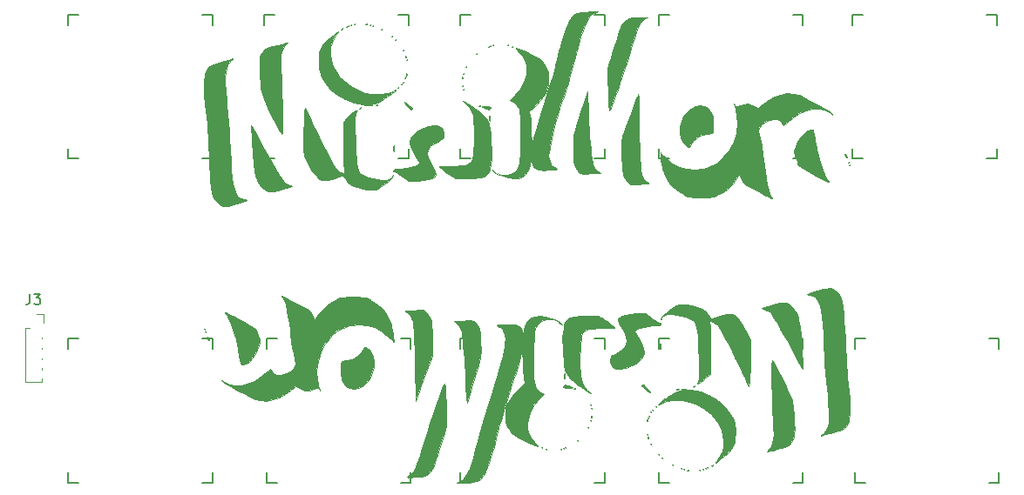
<source format=gbr>
G04 #@! TF.GenerationSoftware,KiCad,Pcbnew,(5.1.5)-3*
G04 #@! TF.CreationDate,2020-05-02T19:50:40+02:00*
G04 #@! TF.ProjectId,kyrremann,6b797272-656d-4616-9e6e-2e6b69636164,rev?*
G04 #@! TF.SameCoordinates,Original*
G04 #@! TF.FileFunction,Legend,Top*
G04 #@! TF.FilePolarity,Positive*
%FSLAX46Y46*%
G04 Gerber Fmt 4.6, Leading zero omitted, Abs format (unit mm)*
G04 Created by KiCad (PCBNEW (5.1.5)-3) date 2020-05-02 19:50:40*
%MOMM*%
%LPD*%
G04 APERTURE LIST*
%ADD10C,0.010000*%
%ADD11C,0.120000*%
%ADD12C,0.150000*%
G04 APERTURE END LIST*
D10*
G36*
X120027542Y-91569111D02*
G01*
X120039164Y-91518777D01*
X120083986Y-91512666D01*
X120153677Y-91543645D01*
X120140431Y-91569111D01*
X120039951Y-91579244D01*
X120027542Y-91569111D01*
G37*
X120027542Y-91569111D02*
X120039164Y-91518777D01*
X120083986Y-91512666D01*
X120153677Y-91543645D01*
X120140431Y-91569111D01*
X120039951Y-91579244D01*
X120027542Y-91569111D01*
G36*
X121184653Y-91555000D02*
G01*
X121226986Y-91512666D01*
X121269320Y-91555000D01*
X121226986Y-91597333D01*
X121184653Y-91555000D01*
G37*
X121184653Y-91555000D02*
X121226986Y-91512666D01*
X121269320Y-91555000D01*
X121226986Y-91597333D01*
X121184653Y-91555000D01*
G36*
X119660653Y-91470333D02*
G01*
X119702986Y-91428000D01*
X119745320Y-91470333D01*
X119702986Y-91512666D01*
X119660653Y-91470333D01*
G37*
X119660653Y-91470333D02*
X119702986Y-91428000D01*
X119745320Y-91470333D01*
X119702986Y-91512666D01*
X119660653Y-91470333D01*
G36*
X121523320Y-91470333D02*
G01*
X121565653Y-91428000D01*
X121607986Y-91470333D01*
X121565653Y-91512666D01*
X121523320Y-91470333D01*
G37*
X121523320Y-91470333D02*
X121565653Y-91428000D01*
X121607986Y-91470333D01*
X121565653Y-91512666D01*
X121523320Y-91470333D01*
G36*
X119406653Y-91385666D02*
G01*
X119448986Y-91343333D01*
X119491320Y-91385666D01*
X119448986Y-91428000D01*
X119406653Y-91385666D01*
G37*
X119406653Y-91385666D02*
X119448986Y-91343333D01*
X119491320Y-91385666D01*
X119448986Y-91428000D01*
X119406653Y-91385666D01*
G36*
X121777320Y-91385666D02*
G01*
X121819653Y-91343333D01*
X121861986Y-91385666D01*
X121819653Y-91428000D01*
X121777320Y-91385666D01*
G37*
X121777320Y-91385666D02*
X121819653Y-91343333D01*
X121861986Y-91385666D01*
X121819653Y-91428000D01*
X121777320Y-91385666D01*
G36*
X121946653Y-91301000D02*
G01*
X121988986Y-91258666D01*
X122031320Y-91301000D01*
X121988986Y-91343333D01*
X121946653Y-91301000D01*
G37*
X121946653Y-91301000D02*
X121988986Y-91258666D01*
X122031320Y-91301000D01*
X121988986Y-91343333D01*
X121946653Y-91301000D01*
G36*
X118559986Y-91047000D02*
G01*
X118602320Y-91004666D01*
X118644653Y-91047000D01*
X118602320Y-91089333D01*
X118559986Y-91047000D01*
G37*
X118559986Y-91047000D02*
X118602320Y-91004666D01*
X118644653Y-91047000D01*
X118602320Y-91089333D01*
X118559986Y-91047000D01*
G36*
X122396550Y-91119310D02*
G01*
X122412320Y-91089333D01*
X122492094Y-91008476D01*
X122506980Y-91004666D01*
X122512757Y-91059357D01*
X122496986Y-91089333D01*
X122417212Y-91170190D01*
X122402326Y-91174000D01*
X122396550Y-91119310D01*
G37*
X122396550Y-91119310D02*
X122412320Y-91089333D01*
X122492094Y-91008476D01*
X122506980Y-91004666D01*
X122512757Y-91059357D01*
X122496986Y-91089333D01*
X122417212Y-91170190D01*
X122402326Y-91174000D01*
X122396550Y-91119310D01*
G36*
X117543986Y-90369666D02*
G01*
X117586320Y-90327333D01*
X117628653Y-90369666D01*
X117586320Y-90412000D01*
X117543986Y-90369666D01*
G37*
X117543986Y-90369666D02*
X117586320Y-90327333D01*
X117628653Y-90369666D01*
X117586320Y-90412000D01*
X117543986Y-90369666D01*
G36*
X117205320Y-90031000D02*
G01*
X117247653Y-89988666D01*
X117289986Y-90031000D01*
X117247653Y-90073333D01*
X117205320Y-90031000D01*
G37*
X117205320Y-90031000D02*
X117247653Y-89988666D01*
X117289986Y-90031000D01*
X117247653Y-90073333D01*
X117205320Y-90031000D01*
G36*
X106283320Y-89523000D02*
G01*
X106325653Y-89480666D01*
X106367986Y-89523000D01*
X106325653Y-89565333D01*
X106283320Y-89523000D01*
G37*
X106283320Y-89523000D02*
X106325653Y-89480666D01*
X106367986Y-89523000D01*
X106325653Y-89565333D01*
X106283320Y-89523000D01*
G36*
X107722653Y-89523000D02*
G01*
X107764986Y-89480666D01*
X107807320Y-89523000D01*
X107764986Y-89565333D01*
X107722653Y-89523000D01*
G37*
X107722653Y-89523000D02*
X107764986Y-89480666D01*
X107807320Y-89523000D01*
X107764986Y-89565333D01*
X107722653Y-89523000D01*
G36*
X107976653Y-89438333D02*
G01*
X108018986Y-89396000D01*
X108061320Y-89438333D01*
X108018986Y-89480666D01*
X107976653Y-89438333D01*
G37*
X107976653Y-89438333D02*
X108018986Y-89396000D01*
X108061320Y-89438333D01*
X108018986Y-89480666D01*
X107976653Y-89438333D01*
G36*
X105859986Y-89353666D02*
G01*
X105902320Y-89311333D01*
X105944653Y-89353666D01*
X105902320Y-89396000D01*
X105859986Y-89353666D01*
G37*
X105859986Y-89353666D02*
X105902320Y-89311333D01*
X105944653Y-89353666D01*
X105902320Y-89396000D01*
X105859986Y-89353666D01*
G36*
X108145986Y-89353666D02*
G01*
X108188320Y-89311333D01*
X108230653Y-89353666D01*
X108188320Y-89396000D01*
X108145986Y-89353666D01*
G37*
X108145986Y-89353666D02*
X108188320Y-89311333D01*
X108230653Y-89353666D01*
X108188320Y-89396000D01*
X108145986Y-89353666D01*
G36*
X116443320Y-89015000D02*
G01*
X116485653Y-88972666D01*
X116527986Y-89015000D01*
X116485653Y-89057333D01*
X116443320Y-89015000D01*
G37*
X116443320Y-89015000D02*
X116485653Y-88972666D01*
X116527986Y-89015000D01*
X116485653Y-89057333D01*
X116443320Y-89015000D01*
G36*
X109331320Y-88676333D02*
G01*
X109373653Y-88634000D01*
X109415986Y-88676333D01*
X109373653Y-88718666D01*
X109331320Y-88676333D01*
G37*
X109331320Y-88676333D02*
X109373653Y-88634000D01*
X109415986Y-88676333D01*
X109373653Y-88718666D01*
X109331320Y-88676333D01*
G36*
X116217542Y-88436444D02*
G01*
X116207409Y-88335965D01*
X116217542Y-88323555D01*
X116267876Y-88335178D01*
X116273986Y-88380000D01*
X116243008Y-88449690D01*
X116217542Y-88436444D01*
G37*
X116217542Y-88436444D02*
X116207409Y-88335965D01*
X116217542Y-88323555D01*
X116267876Y-88335178D01*
X116273986Y-88380000D01*
X116243008Y-88449690D01*
X116217542Y-88436444D01*
G36*
X116104653Y-88083666D02*
G01*
X116146986Y-88041333D01*
X116189320Y-88083666D01*
X116146986Y-88126000D01*
X116104653Y-88083666D01*
G37*
X116104653Y-88083666D02*
X116146986Y-88041333D01*
X116189320Y-88083666D01*
X116146986Y-88126000D01*
X116104653Y-88083666D01*
G36*
X110347320Y-87406333D02*
G01*
X110389653Y-87364000D01*
X110431986Y-87406333D01*
X110389653Y-87448666D01*
X110347320Y-87406333D01*
G37*
X110347320Y-87406333D02*
X110389653Y-87364000D01*
X110431986Y-87406333D01*
X110389653Y-87448666D01*
X110347320Y-87406333D01*
G36*
X110601320Y-86729000D02*
G01*
X110643653Y-86686666D01*
X110685986Y-86729000D01*
X110643653Y-86771333D01*
X110601320Y-86729000D01*
G37*
X110601320Y-86729000D02*
X110643653Y-86686666D01*
X110685986Y-86729000D01*
X110643653Y-86771333D01*
X110601320Y-86729000D01*
G36*
X116132875Y-86743111D02*
G01*
X116122742Y-86642631D01*
X116132875Y-86630222D01*
X116183210Y-86641844D01*
X116189320Y-86686666D01*
X116158342Y-86756357D01*
X116132875Y-86743111D01*
G37*
X116132875Y-86743111D02*
X116122742Y-86642631D01*
X116132875Y-86630222D01*
X116183210Y-86641844D01*
X116189320Y-86686666D01*
X116158342Y-86756357D01*
X116132875Y-86743111D01*
G36*
X116189320Y-86475000D02*
G01*
X116231653Y-86432666D01*
X116273986Y-86475000D01*
X116231653Y-86517333D01*
X116189320Y-86475000D01*
G37*
X116189320Y-86475000D02*
X116231653Y-86432666D01*
X116273986Y-86475000D01*
X116231653Y-86517333D01*
X116189320Y-86475000D01*
G36*
X110714209Y-86404444D02*
G01*
X110704076Y-86303965D01*
X110714209Y-86291555D01*
X110764543Y-86303178D01*
X110770653Y-86348000D01*
X110739675Y-86417690D01*
X110714209Y-86404444D01*
G37*
X110714209Y-86404444D02*
X110704076Y-86303965D01*
X110714209Y-86291555D01*
X110764543Y-86303178D01*
X110770653Y-86348000D01*
X110739675Y-86417690D01*
X110714209Y-86404444D01*
G36*
X116273986Y-86305666D02*
G01*
X116316320Y-86263333D01*
X116358653Y-86305666D01*
X116316320Y-86348000D01*
X116273986Y-86305666D01*
G37*
X116273986Y-86305666D02*
X116316320Y-86263333D01*
X116358653Y-86305666D01*
X116316320Y-86348000D01*
X116273986Y-86305666D01*
G36*
X116443320Y-85882333D02*
G01*
X116485653Y-85840000D01*
X116527986Y-85882333D01*
X116485653Y-85924666D01*
X116443320Y-85882333D01*
G37*
X116443320Y-85882333D02*
X116485653Y-85840000D01*
X116527986Y-85882333D01*
X116485653Y-85924666D01*
X116443320Y-85882333D01*
G36*
X116612653Y-85713000D02*
G01*
X116654986Y-85670666D01*
X116697320Y-85713000D01*
X116654986Y-85755333D01*
X116612653Y-85713000D01*
G37*
X116612653Y-85713000D02*
X116654986Y-85670666D01*
X116697320Y-85713000D01*
X116654986Y-85755333D01*
X116612653Y-85713000D01*
G36*
X110685986Y-85543666D02*
G01*
X110728320Y-85501333D01*
X110770653Y-85543666D01*
X110728320Y-85586000D01*
X110685986Y-85543666D01*
G37*
X110685986Y-85543666D02*
X110728320Y-85501333D01*
X110770653Y-85543666D01*
X110728320Y-85586000D01*
X110685986Y-85543666D01*
G36*
X116951320Y-85374333D02*
G01*
X116993653Y-85332000D01*
X117035986Y-85374333D01*
X116993653Y-85416666D01*
X116951320Y-85374333D01*
G37*
X116951320Y-85374333D02*
X116993653Y-85332000D01*
X117035986Y-85374333D01*
X116993653Y-85416666D01*
X116951320Y-85374333D01*
G36*
X110601320Y-85205000D02*
G01*
X110643653Y-85162666D01*
X110685986Y-85205000D01*
X110643653Y-85247333D01*
X110601320Y-85205000D01*
G37*
X110601320Y-85205000D02*
X110643653Y-85162666D01*
X110685986Y-85205000D01*
X110643653Y-85247333D01*
X110601320Y-85205000D01*
G36*
X118962153Y-83694740D02*
G01*
X118951517Y-83663837D01*
X119067986Y-83652035D01*
X119188182Y-83665340D01*
X119173820Y-83694740D01*
X119000478Y-83705922D01*
X118962153Y-83694740D01*
G37*
X118962153Y-83694740D02*
X118951517Y-83663837D01*
X119067986Y-83652035D01*
X119188182Y-83665340D01*
X119173820Y-83694740D01*
X119000478Y-83705922D01*
X118962153Y-83694740D01*
G36*
X122804554Y-90790742D02*
G01*
X122907369Y-90654664D01*
X122943270Y-90608845D01*
X123243554Y-90179321D01*
X123431552Y-89775226D01*
X123525236Y-89338576D01*
X123542576Y-88811388D01*
X123538409Y-88688661D01*
X123465934Y-88037360D01*
X123295852Y-87464321D01*
X123010230Y-86931613D01*
X122591134Y-86401303D01*
X122326883Y-86126139D01*
X121678941Y-85582968D01*
X120970695Y-85165960D01*
X120224693Y-84880145D01*
X119463479Y-84730552D01*
X118709599Y-84722210D01*
X117985600Y-84860148D01*
X117501653Y-85049841D01*
X117316022Y-85137826D01*
X117218489Y-85173763D01*
X117217984Y-85147679D01*
X117323438Y-85049597D01*
X117543781Y-84869545D01*
X117887943Y-84597548D01*
X117950719Y-84548264D01*
X118306404Y-84294591D01*
X118675814Y-84073635D01*
X119016868Y-83907323D01*
X119287485Y-83817585D01*
X119371339Y-83808000D01*
X119479431Y-83759971D01*
X119491320Y-83723333D01*
X119495470Y-83684242D01*
X119527424Y-83661492D01*
X119616441Y-83655165D01*
X119791778Y-83665343D01*
X120082693Y-83692109D01*
X120422653Y-83725957D01*
X121305498Y-83893618D01*
X122131994Y-84206671D01*
X122882749Y-84652035D01*
X123538372Y-85216632D01*
X124079471Y-85887382D01*
X124366408Y-86385861D01*
X124518823Y-86703766D01*
X124615621Y-86948304D01*
X124669396Y-87177299D01*
X124692741Y-87448574D01*
X124698250Y-87819951D01*
X124698320Y-87909861D01*
X124683354Y-88403120D01*
X124626608Y-88806862D01*
X124510313Y-89153301D01*
X124316699Y-89474652D01*
X124027996Y-89803129D01*
X123626434Y-90170946D01*
X123301320Y-90442428D01*
X123014383Y-90675736D01*
X122844790Y-90807446D01*
X122779271Y-90843725D01*
X122804554Y-90790742D01*
G37*
X122804554Y-90790742D02*
X122907369Y-90654664D01*
X122943270Y-90608845D01*
X123243554Y-90179321D01*
X123431552Y-89775226D01*
X123525236Y-89338576D01*
X123542576Y-88811388D01*
X123538409Y-88688661D01*
X123465934Y-88037360D01*
X123295852Y-87464321D01*
X123010230Y-86931613D01*
X122591134Y-86401303D01*
X122326883Y-86126139D01*
X121678941Y-85582968D01*
X120970695Y-85165960D01*
X120224693Y-84880145D01*
X119463479Y-84730552D01*
X118709599Y-84722210D01*
X117985600Y-84860148D01*
X117501653Y-85049841D01*
X117316022Y-85137826D01*
X117218489Y-85173763D01*
X117217984Y-85147679D01*
X117323438Y-85049597D01*
X117543781Y-84869545D01*
X117887943Y-84597548D01*
X117950719Y-84548264D01*
X118306404Y-84294591D01*
X118675814Y-84073635D01*
X119016868Y-83907323D01*
X119287485Y-83817585D01*
X119371339Y-83808000D01*
X119479431Y-83759971D01*
X119491320Y-83723333D01*
X119495470Y-83684242D01*
X119527424Y-83661492D01*
X119616441Y-83655165D01*
X119791778Y-83665343D01*
X120082693Y-83692109D01*
X120422653Y-83725957D01*
X121305498Y-83893618D01*
X122131994Y-84206671D01*
X122882749Y-84652035D01*
X123538372Y-85216632D01*
X124079471Y-85887382D01*
X124366408Y-86385861D01*
X124518823Y-86703766D01*
X124615621Y-86948304D01*
X124669396Y-87177299D01*
X124692741Y-87448574D01*
X124698250Y-87819951D01*
X124698320Y-87909861D01*
X124683354Y-88403120D01*
X124626608Y-88806862D01*
X124510313Y-89153301D01*
X124316699Y-89474652D01*
X124027996Y-89803129D01*
X123626434Y-90170946D01*
X123301320Y-90442428D01*
X123014383Y-90675736D01*
X122844790Y-90807446D01*
X122779271Y-90843725D01*
X122804554Y-90790742D01*
G36*
X109020875Y-83610444D02*
G01*
X109032498Y-83560110D01*
X109077320Y-83554000D01*
X109147010Y-83584978D01*
X109133764Y-83610444D01*
X109033285Y-83620577D01*
X109020875Y-83610444D01*
G37*
X109020875Y-83610444D02*
X109032498Y-83560110D01*
X109077320Y-83554000D01*
X109147010Y-83584978D01*
X109133764Y-83610444D01*
X109033285Y-83620577D01*
X109020875Y-83610444D01*
G36*
X120618550Y-83414643D02*
G01*
X120634320Y-83384666D01*
X120714094Y-83303810D01*
X120728980Y-83300000D01*
X120734757Y-83354690D01*
X120718986Y-83384666D01*
X120639212Y-83465523D01*
X120624326Y-83469333D01*
X120618550Y-83414643D01*
G37*
X120618550Y-83414643D02*
X120634320Y-83384666D01*
X120714094Y-83303810D01*
X120728980Y-83300000D01*
X120734757Y-83354690D01*
X120718986Y-83384666D01*
X120639212Y-83465523D01*
X120624326Y-83469333D01*
X120618550Y-83414643D01*
G36*
X108173729Y-83546504D02*
G01*
X108031301Y-83516859D01*
X107988056Y-83454330D01*
X107991612Y-83412849D01*
X108047570Y-83288507D01*
X108171714Y-83254448D01*
X108397841Y-83306613D01*
X108520624Y-83349325D01*
X108774511Y-83448837D01*
X108869275Y-83510247D01*
X108801938Y-83542213D01*
X108569523Y-83553394D01*
X108450223Y-83554000D01*
X108173729Y-83546504D01*
G37*
X108173729Y-83546504D02*
X108031301Y-83516859D01*
X107988056Y-83454330D01*
X107991612Y-83412849D01*
X108047570Y-83288507D01*
X108171714Y-83254448D01*
X108397841Y-83306613D01*
X108520624Y-83349325D01*
X108774511Y-83448837D01*
X108869275Y-83510247D01*
X108801938Y-83542213D01*
X108569523Y-83553394D01*
X108450223Y-83554000D01*
X108173729Y-83546504D01*
G36*
X116285963Y-83929066D02*
G01*
X116103810Y-83808798D01*
X115902965Y-83653330D01*
X115729532Y-83499464D01*
X115629619Y-83383999D01*
X115621279Y-83353123D01*
X115697171Y-83262652D01*
X115799764Y-83227648D01*
X115850653Y-83274246D01*
X115905215Y-83371913D01*
X116044843Y-83542123D01*
X116156642Y-83662302D01*
X116316898Y-83837705D01*
X116401991Y-83952076D01*
X116403317Y-83977333D01*
X116285963Y-83929066D01*
G37*
X116285963Y-83929066D02*
X116103810Y-83808798D01*
X115902965Y-83653330D01*
X115729532Y-83499464D01*
X115629619Y-83383999D01*
X115621279Y-83353123D01*
X115697171Y-83262652D01*
X115799764Y-83227648D01*
X115850653Y-83274246D01*
X115905215Y-83371913D01*
X116044843Y-83542123D01*
X116156642Y-83662302D01*
X116316898Y-83837705D01*
X116401991Y-83952076D01*
X116403317Y-83977333D01*
X116285963Y-83929066D01*
G36*
X92775021Y-92231527D02*
G01*
X92793328Y-92198888D01*
X92821276Y-92185669D01*
X93065209Y-92052531D01*
X93278360Y-91864752D01*
X93471760Y-91602341D01*
X93656440Y-91245309D01*
X93843430Y-90773666D01*
X94043763Y-90167423D01*
X94173810Y-89734666D01*
X94332783Y-89204750D01*
X94520563Y-88600288D01*
X94729828Y-87942974D01*
X94953257Y-87254500D01*
X95183531Y-86556558D01*
X95413328Y-85870842D01*
X95635329Y-85219043D01*
X95842213Y-84622854D01*
X96026658Y-84103967D01*
X96181346Y-83684076D01*
X96298954Y-83384872D01*
X96366082Y-83238421D01*
X96447402Y-83164915D01*
X96485881Y-83185498D01*
X96501682Y-83288578D01*
X96520381Y-83536337D01*
X96540711Y-83904176D01*
X96561404Y-84367493D01*
X96581193Y-84901685D01*
X96592210Y-85249538D01*
X96610508Y-85879870D01*
X96622128Y-86367993D01*
X96625437Y-86740958D01*
X96618799Y-87025813D01*
X96600581Y-87249608D01*
X96569148Y-87439392D01*
X96522865Y-87622216D01*
X96460099Y-87825128D01*
X96431194Y-87914333D01*
X96324984Y-88247555D01*
X96186327Y-88691553D01*
X96031168Y-89194831D01*
X95875451Y-89705892D01*
X95832838Y-89846964D01*
X95621105Y-90524452D01*
X95430144Y-91055699D01*
X95242018Y-91459314D01*
X95038794Y-91753908D01*
X94802535Y-91958089D01*
X94515306Y-92090468D01*
X94159171Y-92169652D01*
X93716196Y-92214253D01*
X93540986Y-92224935D01*
X93135226Y-92243807D01*
X92884445Y-92246252D01*
X92775021Y-92231527D01*
G37*
X92775021Y-92231527D02*
X92793328Y-92198888D01*
X92821276Y-92185669D01*
X93065209Y-92052531D01*
X93278360Y-91864752D01*
X93471760Y-91602341D01*
X93656440Y-91245309D01*
X93843430Y-90773666D01*
X94043763Y-90167423D01*
X94173810Y-89734666D01*
X94332783Y-89204750D01*
X94520563Y-88600288D01*
X94729828Y-87942974D01*
X94953257Y-87254500D01*
X95183531Y-86556558D01*
X95413328Y-85870842D01*
X95635329Y-85219043D01*
X95842213Y-84622854D01*
X96026658Y-84103967D01*
X96181346Y-83684076D01*
X96298954Y-83384872D01*
X96366082Y-83238421D01*
X96447402Y-83164915D01*
X96485881Y-83185498D01*
X96501682Y-83288578D01*
X96520381Y-83536337D01*
X96540711Y-83904176D01*
X96561404Y-84367493D01*
X96581193Y-84901685D01*
X96592210Y-85249538D01*
X96610508Y-85879870D01*
X96622128Y-86367993D01*
X96625437Y-86740958D01*
X96618799Y-87025813D01*
X96600581Y-87249608D01*
X96569148Y-87439392D01*
X96522865Y-87622216D01*
X96460099Y-87825128D01*
X96431194Y-87914333D01*
X96324984Y-88247555D01*
X96186327Y-88691553D01*
X96031168Y-89194831D01*
X95875451Y-89705892D01*
X95832838Y-89846964D01*
X95621105Y-90524452D01*
X95430144Y-91055699D01*
X95242018Y-91459314D01*
X95038794Y-91753908D01*
X94802535Y-91958089D01*
X94515306Y-92090468D01*
X94159171Y-92169652D01*
X93716196Y-92214253D01*
X93540986Y-92224935D01*
X93135226Y-92243807D01*
X92884445Y-92246252D01*
X92775021Y-92231527D01*
G36*
X108085231Y-82600336D02*
G01*
X108071303Y-82349943D01*
X108086387Y-82177002D01*
X108106217Y-82142933D01*
X108118999Y-82253863D01*
X108121771Y-82411000D01*
X108115435Y-82603102D01*
X108100263Y-82659291D01*
X108085231Y-82600336D01*
G37*
X108085231Y-82600336D02*
X108071303Y-82349943D01*
X108086387Y-82177002D01*
X108106217Y-82142933D01*
X108118999Y-82253863D01*
X108121771Y-82411000D01*
X108115435Y-82603102D01*
X108100263Y-82659291D01*
X108085231Y-82600336D01*
G36*
X127750744Y-89754311D02*
G01*
X127829003Y-89639566D01*
X127954035Y-89504539D01*
X128170912Y-89239662D01*
X128317865Y-88933304D01*
X128400535Y-88556715D01*
X128424564Y-88081148D01*
X128395591Y-87477854D01*
X128382353Y-87321666D01*
X128353850Y-86938918D01*
X128327263Y-86457520D01*
X128302955Y-85899163D01*
X128281293Y-85285538D01*
X128262640Y-84638335D01*
X128247362Y-83979246D01*
X128235822Y-83329961D01*
X128228386Y-82712172D01*
X128225418Y-82147567D01*
X128227283Y-81657840D01*
X128234346Y-81264679D01*
X128246971Y-80989777D01*
X128265523Y-80854823D01*
X128273462Y-80844666D01*
X128337528Y-80916996D01*
X128461368Y-81117936D01*
X128631538Y-81423408D01*
X128834595Y-81809337D01*
X129041733Y-82220500D01*
X129372013Y-82888397D01*
X129636996Y-83427642D01*
X129844642Y-83862248D01*
X130002913Y-84216227D01*
X130119768Y-84513595D01*
X130203170Y-84778363D01*
X130261080Y-85034546D01*
X130301457Y-85306157D01*
X130332263Y-85617209D01*
X130361460Y-85991716D01*
X130382015Y-86263333D01*
X130428651Y-86962659D01*
X130446516Y-87518712D01*
X130432802Y-87955547D01*
X130384705Y-88297223D01*
X130299418Y-88567795D01*
X130174135Y-88791321D01*
X130072113Y-88920291D01*
X129964777Y-89031478D01*
X129842575Y-89124379D01*
X129678768Y-89209809D01*
X129446620Y-89298582D01*
X129119391Y-89401510D01*
X128670344Y-89529409D01*
X128344301Y-89619086D01*
X128071658Y-89694828D01*
X127849912Y-89758568D01*
X127779035Y-89780053D01*
X127750744Y-89754311D01*
G37*
X127750744Y-89754311D02*
X127829003Y-89639566D01*
X127954035Y-89504539D01*
X128170912Y-89239662D01*
X128317865Y-88933304D01*
X128400535Y-88556715D01*
X128424564Y-88081148D01*
X128395591Y-87477854D01*
X128382353Y-87321666D01*
X128353850Y-86938918D01*
X128327263Y-86457520D01*
X128302955Y-85899163D01*
X128281293Y-85285538D01*
X128262640Y-84638335D01*
X128247362Y-83979246D01*
X128235822Y-83329961D01*
X128228386Y-82712172D01*
X128225418Y-82147567D01*
X128227283Y-81657840D01*
X128234346Y-81264679D01*
X128246971Y-80989777D01*
X128265523Y-80854823D01*
X128273462Y-80844666D01*
X128337528Y-80916996D01*
X128461368Y-81117936D01*
X128631538Y-81423408D01*
X128834595Y-81809337D01*
X129041733Y-82220500D01*
X129372013Y-82888397D01*
X129636996Y-83427642D01*
X129844642Y-83862248D01*
X130002913Y-84216227D01*
X130119768Y-84513595D01*
X130203170Y-84778363D01*
X130261080Y-85034546D01*
X130301457Y-85306157D01*
X130332263Y-85617209D01*
X130361460Y-85991716D01*
X130382015Y-86263333D01*
X130428651Y-86962659D01*
X130446516Y-87518712D01*
X130432802Y-87955547D01*
X130384705Y-88297223D01*
X130299418Y-88567795D01*
X130174135Y-88791321D01*
X130072113Y-88920291D01*
X129964777Y-89031478D01*
X129842575Y-89124379D01*
X129678768Y-89209809D01*
X129446620Y-89298582D01*
X129119391Y-89401510D01*
X128670344Y-89529409D01*
X128344301Y-89619086D01*
X128071658Y-89694828D01*
X127849912Y-89758568D01*
X127779035Y-89780053D01*
X127750744Y-89754311D01*
G36*
X87249907Y-83562034D02*
G01*
X86888783Y-83382519D01*
X86611335Y-83094265D01*
X86469298Y-82784950D01*
X86431460Y-82570778D01*
X86405443Y-82263399D01*
X86391706Y-81909504D01*
X86390709Y-81555781D01*
X86402911Y-81248919D01*
X86428771Y-81035607D01*
X86451450Y-80971370D01*
X86565766Y-80921626D01*
X86789119Y-80888276D01*
X86945871Y-80880779D01*
X87454642Y-80792540D01*
X87913658Y-80548765D01*
X88304863Y-80160258D01*
X88417004Y-80000570D01*
X88572310Y-79774030D01*
X88697218Y-79619558D01*
X88754728Y-79574666D01*
X88858678Y-79622445D01*
X89028210Y-79739387D01*
X89052872Y-79758512D01*
X89341756Y-80087510D01*
X89520957Y-80511095D01*
X89595020Y-80998853D01*
X89568493Y-81520368D01*
X89445923Y-82045227D01*
X89231855Y-82543016D01*
X88930838Y-82983322D01*
X88547418Y-83335729D01*
X88514713Y-83358276D01*
X88094935Y-83558900D01*
X87662646Y-83623824D01*
X87249907Y-83562034D01*
G37*
X87249907Y-83562034D02*
X86888783Y-83382519D01*
X86611335Y-83094265D01*
X86469298Y-82784950D01*
X86431460Y-82570778D01*
X86405443Y-82263399D01*
X86391706Y-81909504D01*
X86390709Y-81555781D01*
X86402911Y-81248919D01*
X86428771Y-81035607D01*
X86451450Y-80971370D01*
X86565766Y-80921626D01*
X86789119Y-80888276D01*
X86945871Y-80880779D01*
X87454642Y-80792540D01*
X87913658Y-80548765D01*
X88304863Y-80160258D01*
X88417004Y-80000570D01*
X88572310Y-79774030D01*
X88697218Y-79619558D01*
X88754728Y-79574666D01*
X88858678Y-79622445D01*
X89028210Y-79739387D01*
X89052872Y-79758512D01*
X89341756Y-80087510D01*
X89520957Y-80511095D01*
X89595020Y-80998853D01*
X89568493Y-81520368D01*
X89445923Y-82045227D01*
X89231855Y-82543016D01*
X88930838Y-82983322D01*
X88547418Y-83335729D01*
X88514713Y-83358276D01*
X88094935Y-83558900D01*
X87662646Y-83623824D01*
X87249907Y-83562034D01*
G36*
X117398677Y-79722833D02*
G01*
X117384504Y-79449351D01*
X117398677Y-79257166D01*
X117417134Y-79204640D01*
X117429901Y-79300797D01*
X117433948Y-79490000D01*
X117428698Y-79699024D01*
X117415031Y-79777364D01*
X117398677Y-79722833D01*
G37*
X117398677Y-79722833D02*
X117384504Y-79449351D01*
X117398677Y-79257166D01*
X117417134Y-79204640D01*
X117429901Y-79300797D01*
X117433948Y-79490000D01*
X117428698Y-79699024D01*
X117415031Y-79777364D01*
X117398677Y-79722833D01*
G36*
X73524798Y-78907239D02*
G01*
X73448222Y-78770691D01*
X73386629Y-78598631D01*
X73409394Y-78570195D01*
X73498477Y-78694145D01*
X73521201Y-78735251D01*
X73581188Y-78884579D01*
X73580266Y-78947276D01*
X73524798Y-78907239D01*
G37*
X73524798Y-78907239D02*
X73448222Y-78770691D01*
X73386629Y-78598631D01*
X73409394Y-78570195D01*
X73498477Y-78694145D01*
X73521201Y-78735251D01*
X73581188Y-78884579D01*
X73580266Y-78947276D01*
X73524798Y-78907239D01*
G36*
X73178653Y-78093000D02*
G01*
X73220986Y-78050666D01*
X73263320Y-78093000D01*
X73220986Y-78135333D01*
X73178653Y-78093000D01*
G37*
X73178653Y-78093000D02*
X73220986Y-78050666D01*
X73263320Y-78093000D01*
X73220986Y-78135333D01*
X73178653Y-78093000D01*
G36*
X73093986Y-77839000D02*
G01*
X73136320Y-77796666D01*
X73178653Y-77839000D01*
X73136320Y-77881333D01*
X73093986Y-77839000D01*
G37*
X73093986Y-77839000D02*
X73136320Y-77796666D01*
X73178653Y-77839000D01*
X73136320Y-77881333D01*
X73093986Y-77839000D01*
G36*
X107659153Y-77254378D02*
G01*
X107523484Y-77130757D01*
X107468653Y-77063878D01*
X107507409Y-77042548D01*
X107628493Y-77156335D01*
X107688364Y-77225166D01*
X107849653Y-77415666D01*
X107659153Y-77254378D01*
G37*
X107659153Y-77254378D02*
X107523484Y-77130757D01*
X107468653Y-77063878D01*
X107507409Y-77042548D01*
X107628493Y-77156335D01*
X107688364Y-77225166D01*
X107849653Y-77415666D01*
X107659153Y-77254378D01*
G36*
X98567383Y-84477553D02*
G01*
X98543278Y-84155003D01*
X98522135Y-83729709D01*
X98506913Y-83268262D01*
X98501878Y-83003666D01*
X98488885Y-82530083D01*
X98462295Y-81968955D01*
X98424582Y-81349501D01*
X98378223Y-80700938D01*
X98325695Y-80052484D01*
X98269473Y-79433359D01*
X98212033Y-78872780D01*
X98155852Y-78399965D01*
X98103405Y-78044133D01*
X98066462Y-77865768D01*
X97910167Y-77551917D01*
X97668301Y-77293132D01*
X97354738Y-77034666D01*
X97691529Y-77034065D01*
X97962525Y-77027060D01*
X98313481Y-77009579D01*
X98578653Y-76991913D01*
X98943454Y-76983620D01*
X99222121Y-77015140D01*
X99319618Y-77047845D01*
X99461204Y-77175988D01*
X99624107Y-77402843D01*
X99727731Y-77589842D01*
X99813152Y-77776253D01*
X99873346Y-77951881D01*
X99913154Y-78152344D01*
X99937418Y-78413260D01*
X99950982Y-78770249D01*
X99958686Y-79258929D01*
X99959048Y-79291345D01*
X99963890Y-79592439D01*
X99968338Y-79839363D01*
X99968315Y-80050877D01*
X99959744Y-80245740D01*
X99938547Y-80442709D01*
X99900648Y-80660545D01*
X99841971Y-80918006D01*
X99758439Y-81233852D01*
X99645974Y-81626840D01*
X99500500Y-82115731D01*
X99317940Y-82719283D01*
X99094218Y-83456255D01*
X98951554Y-83927219D01*
X98620986Y-85020106D01*
X98567383Y-84477553D01*
G37*
X98567383Y-84477553D02*
X98543278Y-84155003D01*
X98522135Y-83729709D01*
X98506913Y-83268262D01*
X98501878Y-83003666D01*
X98488885Y-82530083D01*
X98462295Y-81968955D01*
X98424582Y-81349501D01*
X98378223Y-80700938D01*
X98325695Y-80052484D01*
X98269473Y-79433359D01*
X98212033Y-78872780D01*
X98155852Y-78399965D01*
X98103405Y-78044133D01*
X98066462Y-77865768D01*
X97910167Y-77551917D01*
X97668301Y-77293132D01*
X97354738Y-77034666D01*
X97691529Y-77034065D01*
X97962525Y-77027060D01*
X98313481Y-77009579D01*
X98578653Y-76991913D01*
X98943454Y-76983620D01*
X99222121Y-77015140D01*
X99319618Y-77047845D01*
X99461204Y-77175988D01*
X99624107Y-77402843D01*
X99727731Y-77589842D01*
X99813152Y-77776253D01*
X99873346Y-77951881D01*
X99913154Y-78152344D01*
X99937418Y-78413260D01*
X99950982Y-78770249D01*
X99958686Y-79258929D01*
X99959048Y-79291345D01*
X99963890Y-79592439D01*
X99968338Y-79839363D01*
X99968315Y-80050877D01*
X99959744Y-80245740D01*
X99938547Y-80442709D01*
X99900648Y-80660545D01*
X99841971Y-80918006D01*
X99758439Y-81233852D01*
X99645974Y-81626840D01*
X99500500Y-82115731D01*
X99317940Y-82719283D01*
X99094218Y-83456255D01*
X98951554Y-83927219D01*
X98620986Y-85020106D01*
X98567383Y-84477553D01*
G36*
X107299320Y-76992333D02*
G01*
X107341653Y-76950000D01*
X107383986Y-76992333D01*
X107341653Y-77034666D01*
X107299320Y-76992333D01*
G37*
X107299320Y-76992333D02*
X107341653Y-76950000D01*
X107383986Y-76992333D01*
X107341653Y-77034666D01*
X107299320Y-76992333D01*
G36*
X107129986Y-76907666D02*
G01*
X107172320Y-76865333D01*
X107214653Y-76907666D01*
X107172320Y-76950000D01*
X107129986Y-76907666D01*
G37*
X107129986Y-76907666D02*
X107172320Y-76865333D01*
X107214653Y-76907666D01*
X107172320Y-76950000D01*
X107129986Y-76907666D01*
G36*
X97944939Y-92624514D02*
G01*
X98150507Y-92507557D01*
X98339642Y-92343505D01*
X98518110Y-92118614D01*
X98691673Y-91819140D01*
X98866096Y-91431341D01*
X99047141Y-90941471D01*
X99240574Y-90335788D01*
X99452157Y-89600548D01*
X99687654Y-88722008D01*
X99856723Y-88065869D01*
X100009575Y-87479206D01*
X100172736Y-86876187D01*
X100333272Y-86303061D01*
X100478249Y-85806078D01*
X100585748Y-85459000D01*
X100727857Y-85021760D01*
X100902209Y-84486088D01*
X101088440Y-83914507D01*
X101266188Y-83369539D01*
X101296533Y-83276574D01*
X101626498Y-82221193D01*
X101889405Y-81276191D01*
X102095595Y-80401340D01*
X102255413Y-79556411D01*
X102259770Y-79530068D01*
X102321822Y-79136815D01*
X102353324Y-78861623D01*
X102353764Y-78655907D01*
X102322630Y-78471079D01*
X102259411Y-78258553D01*
X102245953Y-78217734D01*
X102128897Y-77922261D01*
X101998442Y-77742467D01*
X101818986Y-77627333D01*
X101637472Y-77527182D01*
X101546273Y-77445950D01*
X101543819Y-77436833D01*
X101621019Y-77408247D01*
X101827881Y-77382884D01*
X102124738Y-77362660D01*
X102471924Y-77349492D01*
X102829771Y-77345294D01*
X103158615Y-77351983D01*
X103228999Y-77355432D01*
X103558906Y-77452290D01*
X103818041Y-77677433D01*
X103957484Y-77977371D01*
X104025585Y-78144450D01*
X104101577Y-78157921D01*
X104156238Y-78029393D01*
X104166653Y-77894276D01*
X104236254Y-77545370D01*
X104419483Y-77184457D01*
X104677982Y-76874186D01*
X104886320Y-76718908D01*
X105246357Y-76579359D01*
X105664369Y-76541938D01*
X106170155Y-76606232D01*
X106537320Y-76696000D01*
X107087653Y-76848957D01*
X106682767Y-76857145D01*
X106368206Y-76888182D01*
X106071564Y-76955893D01*
X105995428Y-76983350D01*
X105734265Y-77154412D01*
X105477166Y-77420729D01*
X105282962Y-77717322D01*
X105240372Y-77817293D01*
X105199812Y-78015726D01*
X105162594Y-78352813D01*
X105129812Y-78797891D01*
X105102559Y-79320298D01*
X105081927Y-79889368D01*
X105069009Y-80474439D01*
X105064898Y-81044847D01*
X105070687Y-81569928D01*
X105087468Y-82019020D01*
X105089426Y-82052524D01*
X105126576Y-82597153D01*
X105169851Y-83003126D01*
X105230118Y-83301052D01*
X105318241Y-83521542D01*
X105445086Y-83695208D01*
X105621520Y-83852658D01*
X105766420Y-83959724D01*
X106086894Y-84187888D01*
X105601097Y-84666202D01*
X105097542Y-85268004D01*
X104746273Y-85927270D01*
X104553578Y-86630902D01*
X104522898Y-86912437D01*
X104534732Y-87520329D01*
X104666341Y-88036823D01*
X104933342Y-88504034D01*
X105245742Y-88861441D01*
X105460490Y-89089049D01*
X105550928Y-89215673D01*
X105514528Y-89237623D01*
X105499742Y-89232360D01*
X104799681Y-88953877D01*
X104239349Y-88718398D01*
X103798603Y-88513108D01*
X103457302Y-88325193D01*
X103195305Y-88141839D01*
X102992472Y-87950230D01*
X102828660Y-87737552D01*
X102683729Y-87490990D01*
X102644665Y-87415855D01*
X102486632Y-87084471D01*
X102398690Y-86820847D01*
X102362304Y-86548458D01*
X102358308Y-86233488D01*
X102412630Y-85624952D01*
X102569256Y-85080734D01*
X102844427Y-84566614D01*
X103254380Y-84048371D01*
X103532015Y-83760173D01*
X104224983Y-83077346D01*
X104159666Y-82617173D01*
X104128196Y-82317386D01*
X104101195Y-81919165D01*
X104083141Y-81493407D01*
X104079794Y-81352666D01*
X104068917Y-81016885D01*
X104049852Y-80673376D01*
X104025422Y-80349255D01*
X103998446Y-80071641D01*
X103971749Y-79867650D01*
X103948150Y-79764401D01*
X103930473Y-79789011D01*
X103924574Y-79860993D01*
X103890951Y-80095366D01*
X103810342Y-80463911D01*
X103689901Y-80940353D01*
X103536783Y-81498417D01*
X103358141Y-82111831D01*
X103161132Y-82754321D01*
X102999668Y-83257666D01*
X102744233Y-84038901D01*
X102534569Y-84683696D01*
X102363262Y-85216376D01*
X102222899Y-85661267D01*
X102106067Y-86042693D01*
X102005352Y-86384979D01*
X101913341Y-86712451D01*
X101822620Y-87049432D01*
X101725776Y-87420249D01*
X101696584Y-87533333D01*
X101570623Y-88023415D01*
X101450009Y-88495068D01*
X101345447Y-88906263D01*
X101267644Y-89214970D01*
X101243703Y-89311333D01*
X101117953Y-89775197D01*
X100960208Y-90288121D01*
X100787153Y-90801431D01*
X100615472Y-91266459D01*
X100461849Y-91634531D01*
X100411317Y-91739561D01*
X100167644Y-92151199D01*
X99908203Y-92426436D01*
X99590253Y-92596040D01*
X99171053Y-92690783D01*
X99072602Y-92703305D01*
X98690092Y-92740768D01*
X98305546Y-92767457D01*
X98028320Y-92777089D01*
X97604986Y-92778948D01*
X97944939Y-92624514D01*
G37*
X97944939Y-92624514D02*
X98150507Y-92507557D01*
X98339642Y-92343505D01*
X98518110Y-92118614D01*
X98691673Y-91819140D01*
X98866096Y-91431341D01*
X99047141Y-90941471D01*
X99240574Y-90335788D01*
X99452157Y-89600548D01*
X99687654Y-88722008D01*
X99856723Y-88065869D01*
X100009575Y-87479206D01*
X100172736Y-86876187D01*
X100333272Y-86303061D01*
X100478249Y-85806078D01*
X100585748Y-85459000D01*
X100727857Y-85021760D01*
X100902209Y-84486088D01*
X101088440Y-83914507D01*
X101266188Y-83369539D01*
X101296533Y-83276574D01*
X101626498Y-82221193D01*
X101889405Y-81276191D01*
X102095595Y-80401340D01*
X102255413Y-79556411D01*
X102259770Y-79530068D01*
X102321822Y-79136815D01*
X102353324Y-78861623D01*
X102353764Y-78655907D01*
X102322630Y-78471079D01*
X102259411Y-78258553D01*
X102245953Y-78217734D01*
X102128897Y-77922261D01*
X101998442Y-77742467D01*
X101818986Y-77627333D01*
X101637472Y-77527182D01*
X101546273Y-77445950D01*
X101543819Y-77436833D01*
X101621019Y-77408247D01*
X101827881Y-77382884D01*
X102124738Y-77362660D01*
X102471924Y-77349492D01*
X102829771Y-77345294D01*
X103158615Y-77351983D01*
X103228999Y-77355432D01*
X103558906Y-77452290D01*
X103818041Y-77677433D01*
X103957484Y-77977371D01*
X104025585Y-78144450D01*
X104101577Y-78157921D01*
X104156238Y-78029393D01*
X104166653Y-77894276D01*
X104236254Y-77545370D01*
X104419483Y-77184457D01*
X104677982Y-76874186D01*
X104886320Y-76718908D01*
X105246357Y-76579359D01*
X105664369Y-76541938D01*
X106170155Y-76606232D01*
X106537320Y-76696000D01*
X107087653Y-76848957D01*
X106682767Y-76857145D01*
X106368206Y-76888182D01*
X106071564Y-76955893D01*
X105995428Y-76983350D01*
X105734265Y-77154412D01*
X105477166Y-77420729D01*
X105282962Y-77717322D01*
X105240372Y-77817293D01*
X105199812Y-78015726D01*
X105162594Y-78352813D01*
X105129812Y-78797891D01*
X105102559Y-79320298D01*
X105081927Y-79889368D01*
X105069009Y-80474439D01*
X105064898Y-81044847D01*
X105070687Y-81569928D01*
X105087468Y-82019020D01*
X105089426Y-82052524D01*
X105126576Y-82597153D01*
X105169851Y-83003126D01*
X105230118Y-83301052D01*
X105318241Y-83521542D01*
X105445086Y-83695208D01*
X105621520Y-83852658D01*
X105766420Y-83959724D01*
X106086894Y-84187888D01*
X105601097Y-84666202D01*
X105097542Y-85268004D01*
X104746273Y-85927270D01*
X104553578Y-86630902D01*
X104522898Y-86912437D01*
X104534732Y-87520329D01*
X104666341Y-88036823D01*
X104933342Y-88504034D01*
X105245742Y-88861441D01*
X105460490Y-89089049D01*
X105550928Y-89215673D01*
X105514528Y-89237623D01*
X105499742Y-89232360D01*
X104799681Y-88953877D01*
X104239349Y-88718398D01*
X103798603Y-88513108D01*
X103457302Y-88325193D01*
X103195305Y-88141839D01*
X102992472Y-87950230D01*
X102828660Y-87737552D01*
X102683729Y-87490990D01*
X102644665Y-87415855D01*
X102486632Y-87084471D01*
X102398690Y-86820847D01*
X102362304Y-86548458D01*
X102358308Y-86233488D01*
X102412630Y-85624952D01*
X102569256Y-85080734D01*
X102844427Y-84566614D01*
X103254380Y-84048371D01*
X103532015Y-83760173D01*
X104224983Y-83077346D01*
X104159666Y-82617173D01*
X104128196Y-82317386D01*
X104101195Y-81919165D01*
X104083141Y-81493407D01*
X104079794Y-81352666D01*
X104068917Y-81016885D01*
X104049852Y-80673376D01*
X104025422Y-80349255D01*
X103998446Y-80071641D01*
X103971749Y-79867650D01*
X103948150Y-79764401D01*
X103930473Y-79789011D01*
X103924574Y-79860993D01*
X103890951Y-80095366D01*
X103810342Y-80463911D01*
X103689901Y-80940353D01*
X103536783Y-81498417D01*
X103358141Y-82111831D01*
X103161132Y-82754321D01*
X102999668Y-83257666D01*
X102744233Y-84038901D01*
X102534569Y-84683696D01*
X102363262Y-85216376D01*
X102222899Y-85661267D01*
X102106067Y-86042693D01*
X102005352Y-86384979D01*
X101913341Y-86712451D01*
X101822620Y-87049432D01*
X101725776Y-87420249D01*
X101696584Y-87533333D01*
X101570623Y-88023415D01*
X101450009Y-88495068D01*
X101345447Y-88906263D01*
X101267644Y-89214970D01*
X101243703Y-89311333D01*
X101117953Y-89775197D01*
X100960208Y-90288121D01*
X100787153Y-90801431D01*
X100615472Y-91266459D01*
X100461849Y-91634531D01*
X100411317Y-91739561D01*
X100167644Y-92151199D01*
X99908203Y-92426436D01*
X99590253Y-92596040D01*
X99171053Y-92690783D01*
X99072602Y-92703305D01*
X98690092Y-92740768D01*
X98305546Y-92767457D01*
X98028320Y-92777089D01*
X97604986Y-92778948D01*
X97944939Y-92624514D01*
G36*
X110544823Y-84027387D02*
G01*
X110313944Y-83901350D01*
X109959741Y-83662667D01*
X109483203Y-83311969D01*
X109331320Y-83196342D01*
X108950743Y-82896408D01*
X108655350Y-82632106D01*
X108432651Y-82374852D01*
X108270158Y-82096062D01*
X108155384Y-81767154D01*
X108075838Y-81359544D01*
X108019033Y-80844648D01*
X107972480Y-80193885D01*
X107964741Y-80068568D01*
X107929863Y-79432381D01*
X107912642Y-78940850D01*
X107913081Y-78570219D01*
X107931179Y-78296735D01*
X107964822Y-78104909D01*
X108025035Y-77811351D01*
X108058730Y-77541425D01*
X108061320Y-77474259D01*
X108119266Y-77168120D01*
X108298673Y-76925876D01*
X108607889Y-76744073D01*
X109055265Y-76619253D01*
X109649151Y-76547962D01*
X110350872Y-76526666D01*
X110801401Y-76528852D01*
X111118882Y-76539084D01*
X111339582Y-76562882D01*
X111499768Y-76605760D01*
X111635707Y-76673235D01*
X111734487Y-76737126D01*
X112035100Y-76946161D01*
X112343738Y-77169057D01*
X112626775Y-77380518D01*
X112850586Y-77555250D01*
X112981545Y-77667958D01*
X112999783Y-77688955D01*
X112934673Y-77712016D01*
X112728586Y-77731801D01*
X112409871Y-77746714D01*
X112006875Y-77755163D01*
X111799440Y-77756443D01*
X111286456Y-77760714D01*
X110910113Y-77773729D01*
X110637802Y-77798815D01*
X110436918Y-77839297D01*
X110274853Y-77898501D01*
X110238559Y-77915646D01*
X110019333Y-78046375D01*
X109868230Y-78178353D01*
X109846725Y-78209869D01*
X109772553Y-78441999D01*
X109710124Y-78810390D01*
X109660419Y-79282313D01*
X109624421Y-79825039D01*
X109603111Y-80405839D01*
X109597469Y-80991983D01*
X109608479Y-81550741D01*
X109637120Y-82049385D01*
X109684374Y-82455185D01*
X109714755Y-82610785D01*
X109864604Y-83066386D01*
X110076103Y-83468505D01*
X110323077Y-83773825D01*
X110495359Y-83902666D01*
X110625295Y-83990632D01*
X110651394Y-84040148D01*
X110544823Y-84027387D01*
G37*
X110544823Y-84027387D02*
X110313944Y-83901350D01*
X109959741Y-83662667D01*
X109483203Y-83311969D01*
X109331320Y-83196342D01*
X108950743Y-82896408D01*
X108655350Y-82632106D01*
X108432651Y-82374852D01*
X108270158Y-82096062D01*
X108155384Y-81767154D01*
X108075838Y-81359544D01*
X108019033Y-80844648D01*
X107972480Y-80193885D01*
X107964741Y-80068568D01*
X107929863Y-79432381D01*
X107912642Y-78940850D01*
X107913081Y-78570219D01*
X107931179Y-78296735D01*
X107964822Y-78104909D01*
X108025035Y-77811351D01*
X108058730Y-77541425D01*
X108061320Y-77474259D01*
X108119266Y-77168120D01*
X108298673Y-76925876D01*
X108607889Y-76744073D01*
X109055265Y-76619253D01*
X109649151Y-76547962D01*
X110350872Y-76526666D01*
X110801401Y-76528852D01*
X111118882Y-76539084D01*
X111339582Y-76562882D01*
X111499768Y-76605760D01*
X111635707Y-76673235D01*
X111734487Y-76737126D01*
X112035100Y-76946161D01*
X112343738Y-77169057D01*
X112626775Y-77380518D01*
X112850586Y-77555250D01*
X112981545Y-77667958D01*
X112999783Y-77688955D01*
X112934673Y-77712016D01*
X112728586Y-77731801D01*
X112409871Y-77746714D01*
X112006875Y-77755163D01*
X111799440Y-77756443D01*
X111286456Y-77760714D01*
X110910113Y-77773729D01*
X110637802Y-77798815D01*
X110436918Y-77839297D01*
X110274853Y-77898501D01*
X110238559Y-77915646D01*
X110019333Y-78046375D01*
X109868230Y-78178353D01*
X109846725Y-78209869D01*
X109772553Y-78441999D01*
X109710124Y-78810390D01*
X109660419Y-79282313D01*
X109624421Y-79825039D01*
X109603111Y-80405839D01*
X109597469Y-80991983D01*
X109608479Y-81550741D01*
X109637120Y-82049385D01*
X109684374Y-82455185D01*
X109714755Y-82610785D01*
X109864604Y-83066386D01*
X110076103Y-83468505D01*
X110323077Y-83773825D01*
X110495359Y-83902666D01*
X110625295Y-83990632D01*
X110651394Y-84040148D01*
X110544823Y-84027387D01*
G36*
X113182955Y-81715539D02*
G01*
X113025346Y-81659063D01*
X112751397Y-81490966D01*
X112602213Y-81250775D01*
X112560469Y-80905820D01*
X112565299Y-80791566D01*
X112589006Y-80565220D01*
X112649392Y-80427700D01*
X112787902Y-80326507D01*
X113014320Y-80222799D01*
X113525447Y-79963424D01*
X113884623Y-79683638D01*
X114094885Y-79369241D01*
X114159270Y-79006032D01*
X114080813Y-78579809D01*
X113862551Y-78076372D01*
X113577320Y-77589590D01*
X113380314Y-77221877D01*
X113318023Y-76943597D01*
X113388702Y-76743927D01*
X113433719Y-76699265D01*
X113673741Y-76570416D01*
X114048503Y-76456755D01*
X114523561Y-76366330D01*
X115064474Y-76307191D01*
X115130986Y-76302654D01*
X115501682Y-76282668D01*
X115750439Y-76284417D01*
X115924002Y-76314805D01*
X116069115Y-76380738D01*
X116189320Y-76458997D01*
X116426800Y-76625381D01*
X116722311Y-76835223D01*
X116917320Y-76975047D01*
X117148969Y-77128155D01*
X117325919Y-77219617D01*
X117404153Y-77230944D01*
X117450497Y-77249399D01*
X117459320Y-77316889D01*
X117418814Y-77409869D01*
X117272596Y-77452263D01*
X117099486Y-77459677D01*
X116673982Y-77482193D01*
X116233117Y-77540266D01*
X115809118Y-77625374D01*
X115434210Y-77728996D01*
X115140616Y-77842609D01*
X114960564Y-77957693D01*
X114919320Y-78036201D01*
X114960426Y-78137132D01*
X115068363Y-78338579D01*
X115220059Y-78597562D01*
X115225172Y-78605981D01*
X115556536Y-79197449D01*
X115763805Y-79678505D01*
X115848349Y-80052454D01*
X115850653Y-80113180D01*
X115768516Y-80469590D01*
X115531969Y-80807924D01*
X115155806Y-81116673D01*
X114654825Y-81384331D01*
X114043819Y-81599391D01*
X113886364Y-81640930D01*
X113568040Y-81713297D01*
X113353117Y-81737755D01*
X113182955Y-81715539D01*
G37*
X113182955Y-81715539D02*
X113025346Y-81659063D01*
X112751397Y-81490966D01*
X112602213Y-81250775D01*
X112560469Y-80905820D01*
X112565299Y-80791566D01*
X112589006Y-80565220D01*
X112649392Y-80427700D01*
X112787902Y-80326507D01*
X113014320Y-80222799D01*
X113525447Y-79963424D01*
X113884623Y-79683638D01*
X114094885Y-79369241D01*
X114159270Y-79006032D01*
X114080813Y-78579809D01*
X113862551Y-78076372D01*
X113577320Y-77589590D01*
X113380314Y-77221877D01*
X113318023Y-76943597D01*
X113388702Y-76743927D01*
X113433719Y-76699265D01*
X113673741Y-76570416D01*
X114048503Y-76456755D01*
X114523561Y-76366330D01*
X115064474Y-76307191D01*
X115130986Y-76302654D01*
X115501682Y-76282668D01*
X115750439Y-76284417D01*
X115924002Y-76314805D01*
X116069115Y-76380738D01*
X116189320Y-76458997D01*
X116426800Y-76625381D01*
X116722311Y-76835223D01*
X116917320Y-76975047D01*
X117148969Y-77128155D01*
X117325919Y-77219617D01*
X117404153Y-77230944D01*
X117450497Y-77249399D01*
X117459320Y-77316889D01*
X117418814Y-77409869D01*
X117272596Y-77452263D01*
X117099486Y-77459677D01*
X116673982Y-77482193D01*
X116233117Y-77540266D01*
X115809118Y-77625374D01*
X115434210Y-77728996D01*
X115140616Y-77842609D01*
X114960564Y-77957693D01*
X114919320Y-78036201D01*
X114960426Y-78137132D01*
X115068363Y-78338579D01*
X115220059Y-78597562D01*
X115225172Y-78605981D01*
X115556536Y-79197449D01*
X115763805Y-79678505D01*
X115848349Y-80052454D01*
X115850653Y-80113180D01*
X115768516Y-80469590D01*
X115531969Y-80807924D01*
X115155806Y-81116673D01*
X114654825Y-81384331D01*
X114043819Y-81599391D01*
X113886364Y-81640930D01*
X113568040Y-81713297D01*
X113353117Y-81737755D01*
X113182955Y-81715539D01*
G36*
X76725071Y-81291689D02*
G01*
X76697304Y-81272137D01*
X76615443Y-81123987D01*
X76530447Y-80820262D01*
X76445298Y-80374607D01*
X76362978Y-79800671D01*
X76346582Y-79667236D01*
X76283678Y-79307262D01*
X76175981Y-78862071D01*
X76035216Y-78366592D01*
X75873107Y-77855757D01*
X75701381Y-77364498D01*
X75531761Y-76927745D01*
X75375973Y-76580430D01*
X75245742Y-76357485D01*
X75228476Y-76336166D01*
X75152257Y-76219513D01*
X75211134Y-76201818D01*
X75403057Y-76282718D01*
X75633986Y-76408394D01*
X75871822Y-76539402D01*
X76209683Y-76718743D01*
X76596010Y-76919274D01*
X76861653Y-77054681D01*
X77404937Y-77347256D01*
X77809071Y-77604410D01*
X78067056Y-77821022D01*
X78171892Y-77991970D01*
X78173986Y-78014928D01*
X78206979Y-78148195D01*
X78290530Y-78368834D01*
X78341460Y-78485921D01*
X78464398Y-78821481D01*
X78497294Y-79127585D01*
X78436250Y-79455223D01*
X78277371Y-79855388D01*
X78228981Y-79958055D01*
X77999606Y-80361894D01*
X77730879Y-80719567D01*
X77445931Y-81011228D01*
X77167892Y-81217032D01*
X76919895Y-81317134D01*
X76725071Y-81291689D01*
G37*
X76725071Y-81291689D02*
X76697304Y-81272137D01*
X76615443Y-81123987D01*
X76530447Y-80820262D01*
X76445298Y-80374607D01*
X76362978Y-79800671D01*
X76346582Y-79667236D01*
X76283678Y-79307262D01*
X76175981Y-78862071D01*
X76035216Y-78366592D01*
X75873107Y-77855757D01*
X75701381Y-77364498D01*
X75531761Y-76927745D01*
X75375973Y-76580430D01*
X75245742Y-76357485D01*
X75228476Y-76336166D01*
X75152257Y-76219513D01*
X75211134Y-76201818D01*
X75403057Y-76282718D01*
X75633986Y-76408394D01*
X75871822Y-76539402D01*
X76209683Y-76718743D01*
X76596010Y-76919274D01*
X76861653Y-77054681D01*
X77404937Y-77347256D01*
X77809071Y-77604410D01*
X78067056Y-77821022D01*
X78171892Y-77991970D01*
X78173986Y-78014928D01*
X78206979Y-78148195D01*
X78290530Y-78368834D01*
X78341460Y-78485921D01*
X78464398Y-78821481D01*
X78497294Y-79127585D01*
X78436250Y-79455223D01*
X78277371Y-79855388D01*
X78228981Y-79958055D01*
X77999606Y-80361894D01*
X77730879Y-80719567D01*
X77445931Y-81011228D01*
X77167892Y-81217032D01*
X76919895Y-81317134D01*
X76725071Y-81291689D01*
G36*
X93637765Y-84716414D02*
G01*
X93631807Y-84495063D01*
X93625846Y-84151423D01*
X93620257Y-83709017D01*
X93615411Y-83191366D01*
X93613245Y-82890542D01*
X93604734Y-82170625D01*
X93588727Y-81350494D01*
X93566961Y-80499015D01*
X93541177Y-79685056D01*
X93516125Y-79044940D01*
X93487216Y-78414730D01*
X93460931Y-77928572D01*
X93434198Y-77561282D01*
X93403946Y-77287674D01*
X93367104Y-77082565D01*
X93320601Y-76920769D01*
X93261367Y-76777102D01*
X93232199Y-76716607D01*
X93082384Y-76469842D01*
X92921015Y-76285490D01*
X92842486Y-76231423D01*
X92680132Y-76133876D01*
X92681706Y-76061877D01*
X92842776Y-76022875D01*
X92969486Y-76018065D01*
X93228325Y-76009627D01*
X93570140Y-75988414D01*
X93837320Y-75966462D01*
X94154108Y-75945472D01*
X94360243Y-75961032D01*
X94512164Y-76022250D01*
X94608723Y-76090956D01*
X94767668Y-76268967D01*
X94934999Y-76534612D01*
X95022957Y-76714059D01*
X95092972Y-76892093D01*
X95145483Y-77075824D01*
X95183992Y-77295390D01*
X95212005Y-77580930D01*
X95233024Y-77962580D01*
X95250553Y-78470479D01*
X95257878Y-78734776D01*
X95271690Y-79291559D01*
X95277666Y-79710721D01*
X95273277Y-80023893D01*
X95255995Y-80262704D01*
X95223291Y-80458782D01*
X95172636Y-80643759D01*
X95101501Y-80849263D01*
X95085266Y-80893776D01*
X94753274Y-81800267D01*
X94458419Y-82603596D01*
X94203895Y-83295128D01*
X93992895Y-83866229D01*
X93828614Y-84308265D01*
X93714244Y-84612601D01*
X93652980Y-84770603D01*
X93643350Y-84791956D01*
X93637765Y-84716414D01*
G37*
X93637765Y-84716414D02*
X93631807Y-84495063D01*
X93625846Y-84151423D01*
X93620257Y-83709017D01*
X93615411Y-83191366D01*
X93613245Y-82890542D01*
X93604734Y-82170625D01*
X93588727Y-81350494D01*
X93566961Y-80499015D01*
X93541177Y-79685056D01*
X93516125Y-79044940D01*
X93487216Y-78414730D01*
X93460931Y-77928572D01*
X93434198Y-77561282D01*
X93403946Y-77287674D01*
X93367104Y-77082565D01*
X93320601Y-76920769D01*
X93261367Y-76777102D01*
X93232199Y-76716607D01*
X93082384Y-76469842D01*
X92921015Y-76285490D01*
X92842486Y-76231423D01*
X92680132Y-76133876D01*
X92681706Y-76061877D01*
X92842776Y-76022875D01*
X92969486Y-76018065D01*
X93228325Y-76009627D01*
X93570140Y-75988414D01*
X93837320Y-75966462D01*
X94154108Y-75945472D01*
X94360243Y-75961032D01*
X94512164Y-76022250D01*
X94608723Y-76090956D01*
X94767668Y-76268967D01*
X94934999Y-76534612D01*
X95022957Y-76714059D01*
X95092972Y-76892093D01*
X95145483Y-77075824D01*
X95183992Y-77295390D01*
X95212005Y-77580930D01*
X95233024Y-77962580D01*
X95250553Y-78470479D01*
X95257878Y-78734776D01*
X95271690Y-79291559D01*
X95277666Y-79710721D01*
X95273277Y-80023893D01*
X95255995Y-80262704D01*
X95223291Y-80458782D01*
X95172636Y-80643759D01*
X95101501Y-80849263D01*
X95085266Y-80893776D01*
X94753274Y-81800267D01*
X94458419Y-82603596D01*
X94203895Y-83295128D01*
X93992895Y-83866229D01*
X93828614Y-84308265D01*
X93714244Y-84612601D01*
X93652980Y-84770603D01*
X93643350Y-84791956D01*
X93637765Y-84716414D01*
G36*
X126011035Y-83409309D02*
G01*
X125949457Y-83299729D01*
X125849073Y-83084947D01*
X125759159Y-82876666D01*
X125629283Y-82581703D01*
X125443798Y-82182400D01*
X125214534Y-81702353D01*
X124953319Y-81165162D01*
X124671985Y-80594423D01*
X124382359Y-80013737D01*
X124096273Y-79446699D01*
X123825555Y-78916908D01*
X123582036Y-78447963D01*
X123377545Y-78063461D01*
X123223911Y-77786999D01*
X123139437Y-77650800D01*
X122909489Y-77396725D01*
X122634561Y-77176493D01*
X122528856Y-77113995D01*
X122177455Y-76934724D01*
X122232313Y-77598528D01*
X122251829Y-77916926D01*
X122267736Y-78338059D01*
X122279969Y-78833998D01*
X122288461Y-79376813D01*
X122293145Y-79938575D01*
X122293955Y-80491356D01*
X122290826Y-81007225D01*
X122283690Y-81458254D01*
X122272481Y-81816514D01*
X122257134Y-82054076D01*
X122243084Y-82135715D01*
X122150037Y-82257091D01*
X121959240Y-82442783D01*
X121708880Y-82656134D01*
X121662473Y-82693044D01*
X121334281Y-82948888D01*
X121121524Y-83105346D01*
X121007979Y-83169523D01*
X120977426Y-83148524D01*
X121013642Y-83049454D01*
X121059907Y-82956975D01*
X121105051Y-82853738D01*
X121138283Y-82727658D01*
X121160455Y-82556091D01*
X121172415Y-82316393D01*
X121175015Y-81985920D01*
X121169103Y-81542029D01*
X121155531Y-80962076D01*
X121146869Y-80640489D01*
X121119569Y-79765303D01*
X121087930Y-79042875D01*
X121048110Y-78456629D01*
X120996269Y-77989991D01*
X120928567Y-77626386D01*
X120841163Y-77349239D01*
X120730217Y-77141975D01*
X120591889Y-76988020D01*
X120422338Y-76870797D01*
X120254537Y-76789263D01*
X119871692Y-76649799D01*
X119419740Y-76522613D01*
X118963743Y-76423008D01*
X118568761Y-76366287D01*
X118424454Y-76358803D01*
X118038063Y-76405494D01*
X117739760Y-76539401D01*
X117564291Y-76744238D01*
X117555530Y-76766088D01*
X117496677Y-76885338D01*
X117466484Y-76867137D01*
X117466004Y-76860349D01*
X117511231Y-76685860D01*
X117565153Y-76600000D01*
X117693910Y-76475837D01*
X117918801Y-76286733D01*
X118197604Y-76065374D01*
X118488094Y-75844445D01*
X118748048Y-75656631D01*
X118935244Y-75534617D01*
X118956587Y-75522879D01*
X119196758Y-75457528D01*
X119549486Y-75435156D01*
X119964055Y-75453854D01*
X120389746Y-75511711D01*
X120718986Y-75589228D01*
X121234465Y-75761231D01*
X121606928Y-75935708D01*
X121862130Y-76128937D01*
X122025827Y-76357197D01*
X122062282Y-76438269D01*
X122169600Y-76647409D01*
X122277512Y-76768550D01*
X122312047Y-76780666D01*
X122440579Y-76757502D01*
X122686030Y-76695719D01*
X123003595Y-76606884D01*
X123131986Y-76569000D01*
X123502688Y-76469954D01*
X123856364Y-76395707D01*
X124129479Y-76359101D01*
X124179282Y-76357333D01*
X124374386Y-76372092D01*
X124537682Y-76434738D01*
X124716807Y-76572825D01*
X124947777Y-76801833D01*
X125313597Y-77259600D01*
X125672244Y-77860801D01*
X125778068Y-78069676D01*
X125955634Y-78439163D01*
X126071260Y-78711475D01*
X126138214Y-78941153D01*
X126169764Y-79182736D01*
X126179180Y-79490765D01*
X126179728Y-79720676D01*
X126176036Y-80203677D01*
X126166021Y-80727711D01*
X126150844Y-81267353D01*
X126131668Y-81797182D01*
X126109657Y-82291775D01*
X126085972Y-82725707D01*
X126061777Y-83073557D01*
X126038234Y-83309901D01*
X126016506Y-83409317D01*
X126011035Y-83409309D01*
G37*
X126011035Y-83409309D02*
X125949457Y-83299729D01*
X125849073Y-83084947D01*
X125759159Y-82876666D01*
X125629283Y-82581703D01*
X125443798Y-82182400D01*
X125214534Y-81702353D01*
X124953319Y-81165162D01*
X124671985Y-80594423D01*
X124382359Y-80013737D01*
X124096273Y-79446699D01*
X123825555Y-78916908D01*
X123582036Y-78447963D01*
X123377545Y-78063461D01*
X123223911Y-77786999D01*
X123139437Y-77650800D01*
X122909489Y-77396725D01*
X122634561Y-77176493D01*
X122528856Y-77113995D01*
X122177455Y-76934724D01*
X122232313Y-77598528D01*
X122251829Y-77916926D01*
X122267736Y-78338059D01*
X122279969Y-78833998D01*
X122288461Y-79376813D01*
X122293145Y-79938575D01*
X122293955Y-80491356D01*
X122290826Y-81007225D01*
X122283690Y-81458254D01*
X122272481Y-81816514D01*
X122257134Y-82054076D01*
X122243084Y-82135715D01*
X122150037Y-82257091D01*
X121959240Y-82442783D01*
X121708880Y-82656134D01*
X121662473Y-82693044D01*
X121334281Y-82948888D01*
X121121524Y-83105346D01*
X121007979Y-83169523D01*
X120977426Y-83148524D01*
X121013642Y-83049454D01*
X121059907Y-82956975D01*
X121105051Y-82853738D01*
X121138283Y-82727658D01*
X121160455Y-82556091D01*
X121172415Y-82316393D01*
X121175015Y-81985920D01*
X121169103Y-81542029D01*
X121155531Y-80962076D01*
X121146869Y-80640489D01*
X121119569Y-79765303D01*
X121087930Y-79042875D01*
X121048110Y-78456629D01*
X120996269Y-77989991D01*
X120928567Y-77626386D01*
X120841163Y-77349239D01*
X120730217Y-77141975D01*
X120591889Y-76988020D01*
X120422338Y-76870797D01*
X120254537Y-76789263D01*
X119871692Y-76649799D01*
X119419740Y-76522613D01*
X118963743Y-76423008D01*
X118568761Y-76366287D01*
X118424454Y-76358803D01*
X118038063Y-76405494D01*
X117739760Y-76539401D01*
X117564291Y-76744238D01*
X117555530Y-76766088D01*
X117496677Y-76885338D01*
X117466484Y-76867137D01*
X117466004Y-76860349D01*
X117511231Y-76685860D01*
X117565153Y-76600000D01*
X117693910Y-76475837D01*
X117918801Y-76286733D01*
X118197604Y-76065374D01*
X118488094Y-75844445D01*
X118748048Y-75656631D01*
X118935244Y-75534617D01*
X118956587Y-75522879D01*
X119196758Y-75457528D01*
X119549486Y-75435156D01*
X119964055Y-75453854D01*
X120389746Y-75511711D01*
X120718986Y-75589228D01*
X121234465Y-75761231D01*
X121606928Y-75935708D01*
X121862130Y-76128937D01*
X122025827Y-76357197D01*
X122062282Y-76438269D01*
X122169600Y-76647409D01*
X122277512Y-76768550D01*
X122312047Y-76780666D01*
X122440579Y-76757502D01*
X122686030Y-76695719D01*
X123003595Y-76606884D01*
X123131986Y-76569000D01*
X123502688Y-76469954D01*
X123856364Y-76395707D01*
X124129479Y-76359101D01*
X124179282Y-76357333D01*
X124374386Y-76372092D01*
X124537682Y-76434738D01*
X124716807Y-76572825D01*
X124947777Y-76801833D01*
X125313597Y-77259600D01*
X125672244Y-77860801D01*
X125778068Y-78069676D01*
X125955634Y-78439163D01*
X126071260Y-78711475D01*
X126138214Y-78941153D01*
X126169764Y-79182736D01*
X126179180Y-79490765D01*
X126179728Y-79720676D01*
X126176036Y-80203677D01*
X126166021Y-80727711D01*
X126150844Y-81267353D01*
X126131668Y-81797182D01*
X126109657Y-82291775D01*
X126085972Y-82725707D01*
X126061777Y-83073557D01*
X126038234Y-83309901D01*
X126016506Y-83409317D01*
X126011035Y-83409309D01*
G36*
X131174281Y-81615905D02*
G01*
X131066273Y-81443315D01*
X130922288Y-81180998D01*
X130842209Y-81025050D01*
X130501262Y-80359393D01*
X130143334Y-79682916D01*
X129779312Y-79014340D01*
X129420082Y-78372386D01*
X129076531Y-77775774D01*
X128759545Y-77243226D01*
X128480010Y-76793462D01*
X128248813Y-76445204D01*
X128076841Y-76217170D01*
X128003468Y-76143408D01*
X127743803Y-75987257D01*
X127468409Y-75877132D01*
X127457250Y-75874176D01*
X127344394Y-75840375D01*
X127307377Y-75806802D01*
X127364852Y-75763927D01*
X127535473Y-75702217D01*
X127837895Y-75612141D01*
X128134583Y-75528067D01*
X128666342Y-75386827D01*
X129069484Y-75301858D01*
X129373843Y-75269715D01*
X129609257Y-75286951D01*
X129778320Y-75338221D01*
X129939539Y-75443305D01*
X130140381Y-75621673D01*
X130208917Y-75692688D01*
X130497114Y-76045087D01*
X130701911Y-76404022D01*
X130844138Y-76819186D01*
X130944627Y-77340275D01*
X130966628Y-77500333D01*
X131004619Y-77836335D01*
X131044695Y-78263042D01*
X131085135Y-78752969D01*
X131124220Y-79278630D01*
X131160228Y-79812538D01*
X131191439Y-80327206D01*
X131216132Y-80795149D01*
X131232587Y-81188879D01*
X131239082Y-81480911D01*
X131233897Y-81643758D01*
X131227488Y-81667387D01*
X131174281Y-81615905D01*
G37*
X131174281Y-81615905D02*
X131066273Y-81443315D01*
X130922288Y-81180998D01*
X130842209Y-81025050D01*
X130501262Y-80359393D01*
X130143334Y-79682916D01*
X129779312Y-79014340D01*
X129420082Y-78372386D01*
X129076531Y-77775774D01*
X128759545Y-77243226D01*
X128480010Y-76793462D01*
X128248813Y-76445204D01*
X128076841Y-76217170D01*
X128003468Y-76143408D01*
X127743803Y-75987257D01*
X127468409Y-75877132D01*
X127457250Y-75874176D01*
X127344394Y-75840375D01*
X127307377Y-75806802D01*
X127364852Y-75763927D01*
X127535473Y-75702217D01*
X127837895Y-75612141D01*
X128134583Y-75528067D01*
X128666342Y-75386827D01*
X129069484Y-75301858D01*
X129373843Y-75269715D01*
X129609257Y-75286951D01*
X129778320Y-75338221D01*
X129939539Y-75443305D01*
X130140381Y-75621673D01*
X130208917Y-75692688D01*
X130497114Y-76045087D01*
X130701911Y-76404022D01*
X130844138Y-76819186D01*
X130944627Y-77340275D01*
X130966628Y-77500333D01*
X131004619Y-77836335D01*
X131044695Y-78263042D01*
X131085135Y-78752969D01*
X131124220Y-79278630D01*
X131160228Y-79812538D01*
X131191439Y-80327206D01*
X131216132Y-80795149D01*
X131232587Y-81188879D01*
X131239082Y-81480911D01*
X131233897Y-81643758D01*
X131227488Y-81667387D01*
X131174281Y-81615905D01*
G36*
X78607115Y-84784019D02*
G01*
X78040006Y-84628634D01*
X77662171Y-84462240D01*
X76955831Y-84108205D01*
X76324856Y-83780286D01*
X75785054Y-83487290D01*
X75352228Y-83238025D01*
X75042184Y-83041300D01*
X74872093Y-82907348D01*
X74763724Y-82790927D01*
X74757156Y-82765350D01*
X74865250Y-82833828D01*
X75024441Y-82945403D01*
X75527116Y-83200983D01*
X76096769Y-83316613D01*
X76711816Y-83296671D01*
X77350674Y-83145536D01*
X77991760Y-82867586D01*
X78613491Y-82467201D01*
X79002313Y-82138409D01*
X79238678Y-81923002D01*
X79420067Y-81769205D01*
X79518640Y-81700119D01*
X79528653Y-81701683D01*
X79581442Y-81793031D01*
X79713811Y-81954563D01*
X79774289Y-82021046D01*
X79957855Y-82187822D01*
X80146096Y-82264251D01*
X80419042Y-82282178D01*
X80430456Y-82282140D01*
X80906841Y-82216535D01*
X81334215Y-82039005D01*
X81678230Y-81771832D01*
X81904535Y-81437298D01*
X81953228Y-81294357D01*
X81962044Y-81087292D01*
X81922384Y-80816711D01*
X81902102Y-80736614D01*
X81767545Y-80212825D01*
X81655319Y-79658699D01*
X81558697Y-79033901D01*
X81470950Y-78298092D01*
X81432922Y-77923666D01*
X81353199Y-77245295D01*
X81250659Y-76589678D01*
X81131740Y-75986058D01*
X81002879Y-75463681D01*
X80870513Y-75051789D01*
X80741082Y-74779627D01*
X80740654Y-74778974D01*
X80656504Y-74637374D01*
X80640749Y-74582939D01*
X80724667Y-74622121D01*
X80917782Y-74722257D01*
X81180801Y-74862912D01*
X81221986Y-74885229D01*
X81541430Y-75056336D01*
X81947619Y-75270704D01*
X82376475Y-75494621D01*
X82604593Y-75612620D01*
X82978296Y-75808827D01*
X83234870Y-75963618D01*
X83408394Y-76111800D01*
X83532948Y-76288176D01*
X83642612Y-76527553D01*
X83734555Y-76766617D01*
X83781790Y-76868033D01*
X83835628Y-76878346D01*
X83923629Y-76780174D01*
X84073351Y-76556134D01*
X84076858Y-76550722D01*
X84484687Y-76030072D01*
X84994451Y-75544594D01*
X85549295Y-75144545D01*
X85856765Y-74977389D01*
X86094926Y-74867921D01*
X86292871Y-74792790D01*
X86491373Y-74745576D01*
X86731205Y-74719858D01*
X87053138Y-74709215D01*
X87497945Y-74707225D01*
X87571986Y-74707271D01*
X88036044Y-74709210D01*
X88371121Y-74718508D01*
X88617570Y-74741720D01*
X88815742Y-74785401D01*
X89005989Y-74856107D01*
X89228662Y-74960394D01*
X89277584Y-74984358D01*
X89959228Y-75408910D01*
X90520857Y-75950202D01*
X90953621Y-76597460D01*
X91248671Y-77339906D01*
X91267008Y-77406649D01*
X91322606Y-77652460D01*
X91379585Y-77963425D01*
X91432238Y-78298379D01*
X91474860Y-78616157D01*
X91501746Y-78875595D01*
X91507190Y-79035528D01*
X91497092Y-79066666D01*
X91434585Y-79009866D01*
X91283868Y-78858411D01*
X91073036Y-78640720D01*
X90985815Y-78549495D01*
X90376160Y-78024137D01*
X89698771Y-77652506D01*
X88961464Y-77436785D01*
X88172059Y-77379155D01*
X87338372Y-77481801D01*
X87240655Y-77503829D01*
X86614822Y-77704276D01*
X86068006Y-78003367D01*
X85552982Y-78429349D01*
X85353876Y-78632410D01*
X84807655Y-79336616D01*
X84402527Y-80119613D01*
X84142899Y-80960240D01*
X84033178Y-81837334D01*
X84077771Y-82729735D01*
X84281085Y-83616280D01*
X84302534Y-83681000D01*
X84334669Y-83786403D01*
X84304114Y-83744149D01*
X84264646Y-83670992D01*
X84202517Y-83569357D01*
X84127350Y-83534005D01*
X83990173Y-83562910D01*
X83753119Y-83649825D01*
X83331548Y-83775629D01*
X82972947Y-83789917D01*
X82610438Y-83689861D01*
X82399939Y-83592593D01*
X81974853Y-83377186D01*
X81538738Y-83769291D01*
X80987641Y-84192705D01*
X80388996Y-84499984D01*
X79776608Y-84699000D01*
X79168599Y-84805528D01*
X78607115Y-84784019D01*
G37*
X78607115Y-84784019D02*
X78040006Y-84628634D01*
X77662171Y-84462240D01*
X76955831Y-84108205D01*
X76324856Y-83780286D01*
X75785054Y-83487290D01*
X75352228Y-83238025D01*
X75042184Y-83041300D01*
X74872093Y-82907348D01*
X74763724Y-82790927D01*
X74757156Y-82765350D01*
X74865250Y-82833828D01*
X75024441Y-82945403D01*
X75527116Y-83200983D01*
X76096769Y-83316613D01*
X76711816Y-83296671D01*
X77350674Y-83145536D01*
X77991760Y-82867586D01*
X78613491Y-82467201D01*
X79002313Y-82138409D01*
X79238678Y-81923002D01*
X79420067Y-81769205D01*
X79518640Y-81700119D01*
X79528653Y-81701683D01*
X79581442Y-81793031D01*
X79713811Y-81954563D01*
X79774289Y-82021046D01*
X79957855Y-82187822D01*
X80146096Y-82264251D01*
X80419042Y-82282178D01*
X80430456Y-82282140D01*
X80906841Y-82216535D01*
X81334215Y-82039005D01*
X81678230Y-81771832D01*
X81904535Y-81437298D01*
X81953228Y-81294357D01*
X81962044Y-81087292D01*
X81922384Y-80816711D01*
X81902102Y-80736614D01*
X81767545Y-80212825D01*
X81655319Y-79658699D01*
X81558697Y-79033901D01*
X81470950Y-78298092D01*
X81432922Y-77923666D01*
X81353199Y-77245295D01*
X81250659Y-76589678D01*
X81131740Y-75986058D01*
X81002879Y-75463681D01*
X80870513Y-75051789D01*
X80741082Y-74779627D01*
X80740654Y-74778974D01*
X80656504Y-74637374D01*
X80640749Y-74582939D01*
X80724667Y-74622121D01*
X80917782Y-74722257D01*
X81180801Y-74862912D01*
X81221986Y-74885229D01*
X81541430Y-75056336D01*
X81947619Y-75270704D01*
X82376475Y-75494621D01*
X82604593Y-75612620D01*
X82978296Y-75808827D01*
X83234870Y-75963618D01*
X83408394Y-76111800D01*
X83532948Y-76288176D01*
X83642612Y-76527553D01*
X83734555Y-76766617D01*
X83781790Y-76868033D01*
X83835628Y-76878346D01*
X83923629Y-76780174D01*
X84073351Y-76556134D01*
X84076858Y-76550722D01*
X84484687Y-76030072D01*
X84994451Y-75544594D01*
X85549295Y-75144545D01*
X85856765Y-74977389D01*
X86094926Y-74867921D01*
X86292871Y-74792790D01*
X86491373Y-74745576D01*
X86731205Y-74719858D01*
X87053138Y-74709215D01*
X87497945Y-74707225D01*
X87571986Y-74707271D01*
X88036044Y-74709210D01*
X88371121Y-74718508D01*
X88617570Y-74741720D01*
X88815742Y-74785401D01*
X89005989Y-74856107D01*
X89228662Y-74960394D01*
X89277584Y-74984358D01*
X89959228Y-75408910D01*
X90520857Y-75950202D01*
X90953621Y-76597460D01*
X91248671Y-77339906D01*
X91267008Y-77406649D01*
X91322606Y-77652460D01*
X91379585Y-77963425D01*
X91432238Y-78298379D01*
X91474860Y-78616157D01*
X91501746Y-78875595D01*
X91507190Y-79035528D01*
X91497092Y-79066666D01*
X91434585Y-79009866D01*
X91283868Y-78858411D01*
X91073036Y-78640720D01*
X90985815Y-78549495D01*
X90376160Y-78024137D01*
X89698771Y-77652506D01*
X88961464Y-77436785D01*
X88172059Y-77379155D01*
X87338372Y-77481801D01*
X87240655Y-77503829D01*
X86614822Y-77704276D01*
X86068006Y-78003367D01*
X85552982Y-78429349D01*
X85353876Y-78632410D01*
X84807655Y-79336616D01*
X84402527Y-80119613D01*
X84142899Y-80960240D01*
X84033178Y-81837334D01*
X84077771Y-82729735D01*
X84281085Y-83616280D01*
X84302534Y-83681000D01*
X84334669Y-83786403D01*
X84304114Y-83744149D01*
X84264646Y-83670992D01*
X84202517Y-83569357D01*
X84127350Y-83534005D01*
X83990173Y-83562910D01*
X83753119Y-83649825D01*
X83331548Y-83775629D01*
X82972947Y-83789917D01*
X82610438Y-83689861D01*
X82399939Y-83592593D01*
X81974853Y-83377186D01*
X81538738Y-83769291D01*
X80987641Y-84192705D01*
X80388996Y-84499984D01*
X79776608Y-84699000D01*
X79168599Y-84805528D01*
X78607115Y-84784019D01*
G36*
X133005525Y-88176739D02*
G01*
X133049259Y-88129044D01*
X133159746Y-88044908D01*
X133180496Y-88029530D01*
X133387770Y-87839041D01*
X133550355Y-87598727D01*
X133669701Y-87293402D01*
X133747259Y-86907880D01*
X133784479Y-86426976D01*
X133782811Y-85835502D01*
X133743705Y-85118274D01*
X133668611Y-84260105D01*
X133601422Y-83621637D01*
X133530446Y-82908050D01*
X133461215Y-82081572D01*
X133397720Y-81198632D01*
X133343950Y-80315657D01*
X133303895Y-79489076D01*
X133297330Y-79320666D01*
X133250953Y-78275603D01*
X133193053Y-77387760D01*
X133120285Y-76645220D01*
X133029302Y-76036069D01*
X132916757Y-75548389D01*
X132779303Y-75170266D01*
X132613594Y-74889783D01*
X132416284Y-74695024D01*
X132184026Y-74574073D01*
X131948897Y-74519338D01*
X131769567Y-74489039D01*
X131687962Y-74453587D01*
X131716616Y-74406025D01*
X131868069Y-74339398D01*
X132154857Y-74246749D01*
X132589516Y-74121124D01*
X132745416Y-74077420D01*
X133206028Y-73951569D01*
X133539081Y-73872138D01*
X133779351Y-73837367D01*
X133961615Y-73845500D01*
X134120647Y-73894777D01*
X134291225Y-73983441D01*
X134316436Y-73997985D01*
X134516478Y-74136813D01*
X134686691Y-74312570D01*
X134830309Y-74540050D01*
X134950571Y-74834043D01*
X135050710Y-75209340D01*
X135133964Y-75680733D01*
X135203569Y-76263013D01*
X135262761Y-76970971D01*
X135314775Y-77819399D01*
X135360548Y-78770333D01*
X135404359Y-79726339D01*
X135446802Y-80546939D01*
X135490407Y-81266019D01*
X135537700Y-81917461D01*
X135591210Y-82535149D01*
X135653464Y-83152967D01*
X135726991Y-83804799D01*
X135751615Y-84011962D01*
X135797780Y-84518358D01*
X135822661Y-85060798D01*
X135826667Y-85597483D01*
X135810212Y-86086613D01*
X135773705Y-86486389D01*
X135724868Y-86732563D01*
X135620790Y-87019908D01*
X135489270Y-87246617D01*
X135305063Y-87429680D01*
X135042925Y-87586086D01*
X134677610Y-87732824D01*
X134183873Y-87886883D01*
X133884653Y-87970950D01*
X133468108Y-88085098D01*
X133195622Y-88156374D01*
X133047870Y-88186385D01*
X133005525Y-88176739D01*
G37*
X133005525Y-88176739D02*
X133049259Y-88129044D01*
X133159746Y-88044908D01*
X133180496Y-88029530D01*
X133387770Y-87839041D01*
X133550355Y-87598727D01*
X133669701Y-87293402D01*
X133747259Y-86907880D01*
X133784479Y-86426976D01*
X133782811Y-85835502D01*
X133743705Y-85118274D01*
X133668611Y-84260105D01*
X133601422Y-83621637D01*
X133530446Y-82908050D01*
X133461215Y-82081572D01*
X133397720Y-81198632D01*
X133343950Y-80315657D01*
X133303895Y-79489076D01*
X133297330Y-79320666D01*
X133250953Y-78275603D01*
X133193053Y-77387760D01*
X133120285Y-76645220D01*
X133029302Y-76036069D01*
X132916757Y-75548389D01*
X132779303Y-75170266D01*
X132613594Y-74889783D01*
X132416284Y-74695024D01*
X132184026Y-74574073D01*
X131948897Y-74519338D01*
X131769567Y-74489039D01*
X131687962Y-74453587D01*
X131716616Y-74406025D01*
X131868069Y-74339398D01*
X132154857Y-74246749D01*
X132589516Y-74121124D01*
X132745416Y-74077420D01*
X133206028Y-73951569D01*
X133539081Y-73872138D01*
X133779351Y-73837367D01*
X133961615Y-73845500D01*
X134120647Y-73894777D01*
X134291225Y-73983441D01*
X134316436Y-73997985D01*
X134516478Y-74136813D01*
X134686691Y-74312570D01*
X134830309Y-74540050D01*
X134950571Y-74834043D01*
X135050710Y-75209340D01*
X135133964Y-75680733D01*
X135203569Y-76263013D01*
X135262761Y-76970971D01*
X135314775Y-77819399D01*
X135360548Y-78770333D01*
X135404359Y-79726339D01*
X135446802Y-80546939D01*
X135490407Y-81266019D01*
X135537700Y-81917461D01*
X135591210Y-82535149D01*
X135653464Y-83152967D01*
X135726991Y-83804799D01*
X135751615Y-84011962D01*
X135797780Y-84518358D01*
X135822661Y-85060798D01*
X135826667Y-85597483D01*
X135810212Y-86086613D01*
X135773705Y-86486389D01*
X135724868Y-86732563D01*
X135620790Y-87019908D01*
X135489270Y-87246617D01*
X135305063Y-87429680D01*
X135042925Y-87586086D01*
X134677610Y-87732824D01*
X134183873Y-87886883D01*
X133884653Y-87970950D01*
X133468108Y-88085098D01*
X133195622Y-88156374D01*
X133047870Y-88186385D01*
X133005525Y-88176739D01*
G36*
X88893111Y-48130889D02*
G01*
X88881489Y-48181223D01*
X88836667Y-48187334D01*
X88766976Y-48156355D01*
X88780222Y-48130889D01*
X88880702Y-48120756D01*
X88893111Y-48130889D01*
G37*
X88893111Y-48130889D02*
X88881489Y-48181223D01*
X88836667Y-48187334D01*
X88766976Y-48156355D01*
X88780222Y-48130889D01*
X88880702Y-48120756D01*
X88893111Y-48130889D01*
G36*
X87736000Y-48145000D02*
G01*
X87693667Y-48187334D01*
X87651333Y-48145000D01*
X87693667Y-48102667D01*
X87736000Y-48145000D01*
G37*
X87736000Y-48145000D02*
X87693667Y-48187334D01*
X87651333Y-48145000D01*
X87693667Y-48102667D01*
X87736000Y-48145000D01*
G36*
X89260000Y-48229667D02*
G01*
X89217667Y-48272000D01*
X89175333Y-48229667D01*
X89217667Y-48187334D01*
X89260000Y-48229667D01*
G37*
X89260000Y-48229667D02*
X89217667Y-48272000D01*
X89175333Y-48229667D01*
X89217667Y-48187334D01*
X89260000Y-48229667D01*
G36*
X87397333Y-48229667D02*
G01*
X87355000Y-48272000D01*
X87312667Y-48229667D01*
X87355000Y-48187334D01*
X87397333Y-48229667D01*
G37*
X87397333Y-48229667D02*
X87355000Y-48272000D01*
X87312667Y-48229667D01*
X87355000Y-48187334D01*
X87397333Y-48229667D01*
G36*
X89514000Y-48314334D02*
G01*
X89471667Y-48356667D01*
X89429333Y-48314334D01*
X89471667Y-48272000D01*
X89514000Y-48314334D01*
G37*
X89514000Y-48314334D02*
X89471667Y-48356667D01*
X89429333Y-48314334D01*
X89471667Y-48272000D01*
X89514000Y-48314334D01*
G36*
X87143333Y-48314334D02*
G01*
X87101000Y-48356667D01*
X87058667Y-48314334D01*
X87101000Y-48272000D01*
X87143333Y-48314334D01*
G37*
X87143333Y-48314334D02*
X87101000Y-48356667D01*
X87058667Y-48314334D01*
X87101000Y-48272000D01*
X87143333Y-48314334D01*
G36*
X86974000Y-48399000D02*
G01*
X86931667Y-48441334D01*
X86889333Y-48399000D01*
X86931667Y-48356667D01*
X86974000Y-48399000D01*
G37*
X86974000Y-48399000D02*
X86931667Y-48441334D01*
X86889333Y-48399000D01*
X86931667Y-48356667D01*
X86974000Y-48399000D01*
G36*
X90360667Y-48653000D02*
G01*
X90318333Y-48695334D01*
X90276000Y-48653000D01*
X90318333Y-48610667D01*
X90360667Y-48653000D01*
G37*
X90360667Y-48653000D02*
X90318333Y-48695334D01*
X90276000Y-48653000D01*
X90318333Y-48610667D01*
X90360667Y-48653000D01*
G36*
X86524103Y-48580690D02*
G01*
X86508333Y-48610667D01*
X86428559Y-48691524D01*
X86413673Y-48695334D01*
X86407896Y-48640643D01*
X86423667Y-48610667D01*
X86503441Y-48529810D01*
X86518327Y-48526000D01*
X86524103Y-48580690D01*
G37*
X86524103Y-48580690D02*
X86508333Y-48610667D01*
X86428559Y-48691524D01*
X86413673Y-48695334D01*
X86407896Y-48640643D01*
X86423667Y-48610667D01*
X86503441Y-48529810D01*
X86518327Y-48526000D01*
X86524103Y-48580690D01*
G36*
X91376667Y-49330334D02*
G01*
X91334333Y-49372667D01*
X91292000Y-49330334D01*
X91334333Y-49288000D01*
X91376667Y-49330334D01*
G37*
X91376667Y-49330334D02*
X91334333Y-49372667D01*
X91292000Y-49330334D01*
X91334333Y-49288000D01*
X91376667Y-49330334D01*
G36*
X91715333Y-49669000D02*
G01*
X91673000Y-49711334D01*
X91630667Y-49669000D01*
X91673000Y-49626667D01*
X91715333Y-49669000D01*
G37*
X91715333Y-49669000D02*
X91673000Y-49711334D01*
X91630667Y-49669000D01*
X91673000Y-49626667D01*
X91715333Y-49669000D01*
G36*
X102637333Y-50177000D02*
G01*
X102595000Y-50219334D01*
X102552667Y-50177000D01*
X102595000Y-50134667D01*
X102637333Y-50177000D01*
G37*
X102637333Y-50177000D02*
X102595000Y-50219334D01*
X102552667Y-50177000D01*
X102595000Y-50134667D01*
X102637333Y-50177000D01*
G36*
X101198000Y-50177000D02*
G01*
X101155667Y-50219334D01*
X101113333Y-50177000D01*
X101155667Y-50134667D01*
X101198000Y-50177000D01*
G37*
X101198000Y-50177000D02*
X101155667Y-50219334D01*
X101113333Y-50177000D01*
X101155667Y-50134667D01*
X101198000Y-50177000D01*
G36*
X100944000Y-50261667D02*
G01*
X100901667Y-50304000D01*
X100859333Y-50261667D01*
X100901667Y-50219334D01*
X100944000Y-50261667D01*
G37*
X100944000Y-50261667D02*
X100901667Y-50304000D01*
X100859333Y-50261667D01*
X100901667Y-50219334D01*
X100944000Y-50261667D01*
G36*
X103060667Y-50346334D02*
G01*
X103018333Y-50388667D01*
X102976000Y-50346334D01*
X103018333Y-50304000D01*
X103060667Y-50346334D01*
G37*
X103060667Y-50346334D02*
X103018333Y-50388667D01*
X102976000Y-50346334D01*
X103018333Y-50304000D01*
X103060667Y-50346334D01*
G36*
X100774667Y-50346334D02*
G01*
X100732333Y-50388667D01*
X100690000Y-50346334D01*
X100732333Y-50304000D01*
X100774667Y-50346334D01*
G37*
X100774667Y-50346334D02*
X100732333Y-50388667D01*
X100690000Y-50346334D01*
X100732333Y-50304000D01*
X100774667Y-50346334D01*
G36*
X92477333Y-50685000D02*
G01*
X92435000Y-50727334D01*
X92392667Y-50685000D01*
X92435000Y-50642667D01*
X92477333Y-50685000D01*
G37*
X92477333Y-50685000D02*
X92435000Y-50727334D01*
X92392667Y-50685000D01*
X92435000Y-50642667D01*
X92477333Y-50685000D01*
G36*
X99589333Y-51023667D02*
G01*
X99547000Y-51066000D01*
X99504667Y-51023667D01*
X99547000Y-50981334D01*
X99589333Y-51023667D01*
G37*
X99589333Y-51023667D02*
X99547000Y-51066000D01*
X99504667Y-51023667D01*
X99547000Y-50981334D01*
X99589333Y-51023667D01*
G36*
X92703111Y-51263556D02*
G01*
X92713244Y-51364035D01*
X92703111Y-51376445D01*
X92652777Y-51364822D01*
X92646667Y-51320000D01*
X92677645Y-51250310D01*
X92703111Y-51263556D01*
G37*
X92703111Y-51263556D02*
X92713244Y-51364035D01*
X92703111Y-51376445D01*
X92652777Y-51364822D01*
X92646667Y-51320000D01*
X92677645Y-51250310D01*
X92703111Y-51263556D01*
G36*
X92816000Y-51616334D02*
G01*
X92773667Y-51658667D01*
X92731333Y-51616334D01*
X92773667Y-51574000D01*
X92816000Y-51616334D01*
G37*
X92816000Y-51616334D02*
X92773667Y-51658667D01*
X92731333Y-51616334D01*
X92773667Y-51574000D01*
X92816000Y-51616334D01*
G36*
X98573333Y-52293667D02*
G01*
X98531000Y-52336000D01*
X98488667Y-52293667D01*
X98531000Y-52251334D01*
X98573333Y-52293667D01*
G37*
X98573333Y-52293667D02*
X98531000Y-52336000D01*
X98488667Y-52293667D01*
X98531000Y-52251334D01*
X98573333Y-52293667D01*
G36*
X98319333Y-52971000D02*
G01*
X98277000Y-53013334D01*
X98234667Y-52971000D01*
X98277000Y-52928667D01*
X98319333Y-52971000D01*
G37*
X98319333Y-52971000D02*
X98277000Y-53013334D01*
X98234667Y-52971000D01*
X98277000Y-52928667D01*
X98319333Y-52971000D01*
G36*
X92787778Y-52956889D02*
G01*
X92797911Y-53057369D01*
X92787778Y-53069778D01*
X92737443Y-53058156D01*
X92731333Y-53013334D01*
X92762311Y-52943643D01*
X92787778Y-52956889D01*
G37*
X92787778Y-52956889D02*
X92797911Y-53057369D01*
X92787778Y-53069778D01*
X92737443Y-53058156D01*
X92731333Y-53013334D01*
X92762311Y-52943643D01*
X92787778Y-52956889D01*
G36*
X92731333Y-53225000D02*
G01*
X92689000Y-53267334D01*
X92646667Y-53225000D01*
X92689000Y-53182667D01*
X92731333Y-53225000D01*
G37*
X92731333Y-53225000D02*
X92689000Y-53267334D01*
X92646667Y-53225000D01*
X92689000Y-53182667D01*
X92731333Y-53225000D01*
G36*
X98206444Y-53295556D02*
G01*
X98216577Y-53396035D01*
X98206444Y-53408445D01*
X98156110Y-53396822D01*
X98150000Y-53352000D01*
X98180978Y-53282310D01*
X98206444Y-53295556D01*
G37*
X98206444Y-53295556D02*
X98216577Y-53396035D01*
X98206444Y-53408445D01*
X98156110Y-53396822D01*
X98150000Y-53352000D01*
X98180978Y-53282310D01*
X98206444Y-53295556D01*
G36*
X92646667Y-53394334D02*
G01*
X92604333Y-53436667D01*
X92562000Y-53394334D01*
X92604333Y-53352000D01*
X92646667Y-53394334D01*
G37*
X92646667Y-53394334D02*
X92604333Y-53436667D01*
X92562000Y-53394334D01*
X92604333Y-53352000D01*
X92646667Y-53394334D01*
G36*
X92477333Y-53817667D02*
G01*
X92435000Y-53860000D01*
X92392667Y-53817667D01*
X92435000Y-53775334D01*
X92477333Y-53817667D01*
G37*
X92477333Y-53817667D02*
X92435000Y-53860000D01*
X92392667Y-53817667D01*
X92435000Y-53775334D01*
X92477333Y-53817667D01*
G36*
X92308000Y-53987000D02*
G01*
X92265667Y-54029334D01*
X92223333Y-53987000D01*
X92265667Y-53944667D01*
X92308000Y-53987000D01*
G37*
X92308000Y-53987000D02*
X92265667Y-54029334D01*
X92223333Y-53987000D01*
X92265667Y-53944667D01*
X92308000Y-53987000D01*
G36*
X98234667Y-54156334D02*
G01*
X98192333Y-54198667D01*
X98150000Y-54156334D01*
X98192333Y-54114000D01*
X98234667Y-54156334D01*
G37*
X98234667Y-54156334D02*
X98192333Y-54198667D01*
X98150000Y-54156334D01*
X98192333Y-54114000D01*
X98234667Y-54156334D01*
G36*
X91969333Y-54325667D02*
G01*
X91927000Y-54368000D01*
X91884667Y-54325667D01*
X91927000Y-54283334D01*
X91969333Y-54325667D01*
G37*
X91969333Y-54325667D02*
X91927000Y-54368000D01*
X91884667Y-54325667D01*
X91927000Y-54283334D01*
X91969333Y-54325667D01*
G36*
X98319333Y-54495000D02*
G01*
X98277000Y-54537334D01*
X98234667Y-54495000D01*
X98277000Y-54452667D01*
X98319333Y-54495000D01*
G37*
X98319333Y-54495000D02*
X98277000Y-54537334D01*
X98234667Y-54495000D01*
X98277000Y-54452667D01*
X98319333Y-54495000D01*
G36*
X89958500Y-56005260D02*
G01*
X89969136Y-56036163D01*
X89852667Y-56047965D01*
X89732471Y-56034660D01*
X89746833Y-56005260D01*
X89920175Y-55994078D01*
X89958500Y-56005260D01*
G37*
X89958500Y-56005260D02*
X89969136Y-56036163D01*
X89852667Y-56047965D01*
X89732471Y-56034660D01*
X89746833Y-56005260D01*
X89920175Y-55994078D01*
X89958500Y-56005260D01*
G36*
X86116099Y-48909258D02*
G01*
X86013284Y-49045336D01*
X85977383Y-49091155D01*
X85677099Y-49520679D01*
X85489101Y-49924774D01*
X85395417Y-50361424D01*
X85378077Y-50888612D01*
X85382244Y-51011339D01*
X85454719Y-51662640D01*
X85624801Y-52235679D01*
X85910423Y-52768387D01*
X86329519Y-53298697D01*
X86593770Y-53573861D01*
X87241712Y-54117032D01*
X87949958Y-54534040D01*
X88695960Y-54819855D01*
X89457174Y-54969448D01*
X90211054Y-54977790D01*
X90935053Y-54839852D01*
X91419000Y-54650159D01*
X91604631Y-54562174D01*
X91702164Y-54526237D01*
X91702669Y-54552321D01*
X91597215Y-54650403D01*
X91376872Y-54830455D01*
X91032710Y-55102452D01*
X90969934Y-55151736D01*
X90614249Y-55405409D01*
X90244839Y-55626365D01*
X89903785Y-55792677D01*
X89633168Y-55882415D01*
X89549314Y-55892000D01*
X89441222Y-55940029D01*
X89429333Y-55976667D01*
X89425183Y-56015758D01*
X89393229Y-56038508D01*
X89304212Y-56044835D01*
X89128875Y-56034657D01*
X88837960Y-56007891D01*
X88498000Y-55974043D01*
X87615155Y-55806382D01*
X86788659Y-55493329D01*
X86037904Y-55047965D01*
X85382281Y-54483368D01*
X84841182Y-53812618D01*
X84554245Y-53314139D01*
X84401830Y-52996234D01*
X84305032Y-52751696D01*
X84251257Y-52522701D01*
X84227912Y-52251426D01*
X84222403Y-51880049D01*
X84222333Y-51790139D01*
X84237299Y-51296880D01*
X84294045Y-50893138D01*
X84410340Y-50546699D01*
X84603954Y-50225348D01*
X84892657Y-49896871D01*
X85294219Y-49529054D01*
X85619333Y-49257572D01*
X85906270Y-49024264D01*
X86075863Y-48892554D01*
X86141382Y-48856275D01*
X86116099Y-48909258D01*
G37*
X86116099Y-48909258D02*
X86013284Y-49045336D01*
X85977383Y-49091155D01*
X85677099Y-49520679D01*
X85489101Y-49924774D01*
X85395417Y-50361424D01*
X85378077Y-50888612D01*
X85382244Y-51011339D01*
X85454719Y-51662640D01*
X85624801Y-52235679D01*
X85910423Y-52768387D01*
X86329519Y-53298697D01*
X86593770Y-53573861D01*
X87241712Y-54117032D01*
X87949958Y-54534040D01*
X88695960Y-54819855D01*
X89457174Y-54969448D01*
X90211054Y-54977790D01*
X90935053Y-54839852D01*
X91419000Y-54650159D01*
X91604631Y-54562174D01*
X91702164Y-54526237D01*
X91702669Y-54552321D01*
X91597215Y-54650403D01*
X91376872Y-54830455D01*
X91032710Y-55102452D01*
X90969934Y-55151736D01*
X90614249Y-55405409D01*
X90244839Y-55626365D01*
X89903785Y-55792677D01*
X89633168Y-55882415D01*
X89549314Y-55892000D01*
X89441222Y-55940029D01*
X89429333Y-55976667D01*
X89425183Y-56015758D01*
X89393229Y-56038508D01*
X89304212Y-56044835D01*
X89128875Y-56034657D01*
X88837960Y-56007891D01*
X88498000Y-55974043D01*
X87615155Y-55806382D01*
X86788659Y-55493329D01*
X86037904Y-55047965D01*
X85382281Y-54483368D01*
X84841182Y-53812618D01*
X84554245Y-53314139D01*
X84401830Y-52996234D01*
X84305032Y-52751696D01*
X84251257Y-52522701D01*
X84227912Y-52251426D01*
X84222403Y-51880049D01*
X84222333Y-51790139D01*
X84237299Y-51296880D01*
X84294045Y-50893138D01*
X84410340Y-50546699D01*
X84603954Y-50225348D01*
X84892657Y-49896871D01*
X85294219Y-49529054D01*
X85619333Y-49257572D01*
X85906270Y-49024264D01*
X86075863Y-48892554D01*
X86141382Y-48856275D01*
X86116099Y-48909258D01*
G36*
X99899778Y-56089556D02*
G01*
X99888155Y-56139890D01*
X99843333Y-56146000D01*
X99773643Y-56115022D01*
X99786889Y-56089556D01*
X99887368Y-56079423D01*
X99899778Y-56089556D01*
G37*
X99899778Y-56089556D02*
X99888155Y-56139890D01*
X99843333Y-56146000D01*
X99773643Y-56115022D01*
X99786889Y-56089556D01*
X99887368Y-56079423D01*
X99899778Y-56089556D01*
G36*
X88302103Y-56285357D02*
G01*
X88286333Y-56315334D01*
X88206559Y-56396190D01*
X88191673Y-56400000D01*
X88185896Y-56345310D01*
X88201667Y-56315334D01*
X88281441Y-56234477D01*
X88296327Y-56230667D01*
X88302103Y-56285357D01*
G37*
X88302103Y-56285357D02*
X88286333Y-56315334D01*
X88206559Y-56396190D01*
X88191673Y-56400000D01*
X88185896Y-56345310D01*
X88201667Y-56315334D01*
X88281441Y-56234477D01*
X88296327Y-56230667D01*
X88302103Y-56285357D01*
G36*
X100746924Y-56153496D02*
G01*
X100889352Y-56183141D01*
X100932597Y-56245670D01*
X100929041Y-56287151D01*
X100873083Y-56411493D01*
X100748939Y-56445552D01*
X100522812Y-56393387D01*
X100400029Y-56350675D01*
X100146142Y-56251163D01*
X100051378Y-56189753D01*
X100118715Y-56157787D01*
X100351130Y-56146606D01*
X100470430Y-56146000D01*
X100746924Y-56153496D01*
G37*
X100746924Y-56153496D02*
X100889352Y-56183141D01*
X100932597Y-56245670D01*
X100929041Y-56287151D01*
X100873083Y-56411493D01*
X100748939Y-56445552D01*
X100522812Y-56393387D01*
X100400029Y-56350675D01*
X100146142Y-56251163D01*
X100051378Y-56189753D01*
X100118715Y-56157787D01*
X100351130Y-56146606D01*
X100470430Y-56146000D01*
X100746924Y-56153496D01*
G36*
X92634690Y-55770934D02*
G01*
X92816843Y-55891202D01*
X93017688Y-56046670D01*
X93191121Y-56200536D01*
X93291034Y-56316001D01*
X93299374Y-56346877D01*
X93223482Y-56437348D01*
X93120889Y-56472352D01*
X93070000Y-56425754D01*
X93015438Y-56328087D01*
X92875810Y-56157877D01*
X92764011Y-56037698D01*
X92603755Y-55862295D01*
X92518662Y-55747924D01*
X92517336Y-55722667D01*
X92634690Y-55770934D01*
G37*
X92634690Y-55770934D02*
X92816843Y-55891202D01*
X93017688Y-56046670D01*
X93191121Y-56200536D01*
X93291034Y-56316001D01*
X93299374Y-56346877D01*
X93223482Y-56437348D01*
X93120889Y-56472352D01*
X93070000Y-56425754D01*
X93015438Y-56328087D01*
X92875810Y-56157877D01*
X92764011Y-56037698D01*
X92603755Y-55862295D01*
X92518662Y-55747924D01*
X92517336Y-55722667D01*
X92634690Y-55770934D01*
G36*
X116145632Y-47468473D02*
G01*
X116127325Y-47501112D01*
X116099377Y-47514331D01*
X115855444Y-47647469D01*
X115642293Y-47835248D01*
X115448893Y-48097659D01*
X115264213Y-48454691D01*
X115077223Y-48926334D01*
X114876890Y-49532577D01*
X114746843Y-49965334D01*
X114587870Y-50495250D01*
X114400090Y-51099712D01*
X114190825Y-51757026D01*
X113967396Y-52445500D01*
X113737122Y-53143442D01*
X113507325Y-53829158D01*
X113285324Y-54480957D01*
X113078440Y-55077146D01*
X112893995Y-55596033D01*
X112739307Y-56015924D01*
X112621699Y-56315128D01*
X112554571Y-56461579D01*
X112473251Y-56535085D01*
X112434772Y-56514502D01*
X112418971Y-56411422D01*
X112400272Y-56163663D01*
X112379942Y-55795824D01*
X112359249Y-55332507D01*
X112339460Y-54798315D01*
X112328443Y-54450462D01*
X112310145Y-53820130D01*
X112298525Y-53332007D01*
X112295216Y-52959042D01*
X112301854Y-52674187D01*
X112320072Y-52450392D01*
X112351505Y-52260608D01*
X112397788Y-52077784D01*
X112460554Y-51874872D01*
X112489459Y-51785667D01*
X112595669Y-51452445D01*
X112734326Y-51008447D01*
X112889485Y-50505169D01*
X113045202Y-49994108D01*
X113087815Y-49853036D01*
X113299548Y-49175548D01*
X113490509Y-48644301D01*
X113678635Y-48240686D01*
X113881859Y-47946092D01*
X114118118Y-47741911D01*
X114405347Y-47609532D01*
X114761482Y-47530348D01*
X115204457Y-47485747D01*
X115379667Y-47475065D01*
X115785427Y-47456193D01*
X116036208Y-47453748D01*
X116145632Y-47468473D01*
G37*
X116145632Y-47468473D02*
X116127325Y-47501112D01*
X116099377Y-47514331D01*
X115855444Y-47647469D01*
X115642293Y-47835248D01*
X115448893Y-48097659D01*
X115264213Y-48454691D01*
X115077223Y-48926334D01*
X114876890Y-49532577D01*
X114746843Y-49965334D01*
X114587870Y-50495250D01*
X114400090Y-51099712D01*
X114190825Y-51757026D01*
X113967396Y-52445500D01*
X113737122Y-53143442D01*
X113507325Y-53829158D01*
X113285324Y-54480957D01*
X113078440Y-55077146D01*
X112893995Y-55596033D01*
X112739307Y-56015924D01*
X112621699Y-56315128D01*
X112554571Y-56461579D01*
X112473251Y-56535085D01*
X112434772Y-56514502D01*
X112418971Y-56411422D01*
X112400272Y-56163663D01*
X112379942Y-55795824D01*
X112359249Y-55332507D01*
X112339460Y-54798315D01*
X112328443Y-54450462D01*
X112310145Y-53820130D01*
X112298525Y-53332007D01*
X112295216Y-52959042D01*
X112301854Y-52674187D01*
X112320072Y-52450392D01*
X112351505Y-52260608D01*
X112397788Y-52077784D01*
X112460554Y-51874872D01*
X112489459Y-51785667D01*
X112595669Y-51452445D01*
X112734326Y-51008447D01*
X112889485Y-50505169D01*
X113045202Y-49994108D01*
X113087815Y-49853036D01*
X113299548Y-49175548D01*
X113490509Y-48644301D01*
X113678635Y-48240686D01*
X113881859Y-47946092D01*
X114118118Y-47741911D01*
X114405347Y-47609532D01*
X114761482Y-47530348D01*
X115204457Y-47485747D01*
X115379667Y-47475065D01*
X115785427Y-47456193D01*
X116036208Y-47453748D01*
X116145632Y-47468473D01*
G36*
X100835422Y-57099664D02*
G01*
X100849350Y-57350057D01*
X100834266Y-57522998D01*
X100814436Y-57557067D01*
X100801654Y-57446137D01*
X100798882Y-57289000D01*
X100805218Y-57096898D01*
X100820390Y-57040709D01*
X100835422Y-57099664D01*
G37*
X100835422Y-57099664D02*
X100849350Y-57350057D01*
X100834266Y-57522998D01*
X100814436Y-57557067D01*
X100801654Y-57446137D01*
X100798882Y-57289000D01*
X100805218Y-57096898D01*
X100820390Y-57040709D01*
X100835422Y-57099664D01*
G36*
X81169909Y-49945689D02*
G01*
X81091650Y-50060434D01*
X80966618Y-50195461D01*
X80749741Y-50460338D01*
X80602788Y-50766696D01*
X80520118Y-51143285D01*
X80496089Y-51618852D01*
X80525062Y-52222146D01*
X80538300Y-52378334D01*
X80566803Y-52761082D01*
X80593390Y-53242480D01*
X80617698Y-53800837D01*
X80639360Y-54414462D01*
X80658013Y-55061665D01*
X80673291Y-55720754D01*
X80684831Y-56370039D01*
X80692267Y-56987828D01*
X80695235Y-57552433D01*
X80693370Y-58042160D01*
X80686307Y-58435321D01*
X80673682Y-58710223D01*
X80655130Y-58845177D01*
X80647191Y-58855334D01*
X80583125Y-58783004D01*
X80459285Y-58582064D01*
X80289115Y-58276592D01*
X80086058Y-57890663D01*
X79878920Y-57479500D01*
X79548640Y-56811603D01*
X79283657Y-56272358D01*
X79076011Y-55837752D01*
X78917740Y-55483773D01*
X78800885Y-55186405D01*
X78717483Y-54921637D01*
X78659573Y-54665454D01*
X78619196Y-54393843D01*
X78588390Y-54082791D01*
X78559193Y-53708284D01*
X78538638Y-53436667D01*
X78492002Y-52737341D01*
X78474137Y-52181288D01*
X78487851Y-51744453D01*
X78535948Y-51402777D01*
X78621235Y-51132205D01*
X78746518Y-50908679D01*
X78848540Y-50779709D01*
X78955876Y-50668522D01*
X79078078Y-50575621D01*
X79241885Y-50490191D01*
X79474033Y-50401418D01*
X79801262Y-50298490D01*
X80250309Y-50170591D01*
X80576352Y-50080914D01*
X80848995Y-50005172D01*
X81070741Y-49941432D01*
X81141618Y-49919947D01*
X81169909Y-49945689D01*
G37*
X81169909Y-49945689D02*
X81091650Y-50060434D01*
X80966618Y-50195461D01*
X80749741Y-50460338D01*
X80602788Y-50766696D01*
X80520118Y-51143285D01*
X80496089Y-51618852D01*
X80525062Y-52222146D01*
X80538300Y-52378334D01*
X80566803Y-52761082D01*
X80593390Y-53242480D01*
X80617698Y-53800837D01*
X80639360Y-54414462D01*
X80658013Y-55061665D01*
X80673291Y-55720754D01*
X80684831Y-56370039D01*
X80692267Y-56987828D01*
X80695235Y-57552433D01*
X80693370Y-58042160D01*
X80686307Y-58435321D01*
X80673682Y-58710223D01*
X80655130Y-58845177D01*
X80647191Y-58855334D01*
X80583125Y-58783004D01*
X80459285Y-58582064D01*
X80289115Y-58276592D01*
X80086058Y-57890663D01*
X79878920Y-57479500D01*
X79548640Y-56811603D01*
X79283657Y-56272358D01*
X79076011Y-55837752D01*
X78917740Y-55483773D01*
X78800885Y-55186405D01*
X78717483Y-54921637D01*
X78659573Y-54665454D01*
X78619196Y-54393843D01*
X78588390Y-54082791D01*
X78559193Y-53708284D01*
X78538638Y-53436667D01*
X78492002Y-52737341D01*
X78474137Y-52181288D01*
X78487851Y-51744453D01*
X78535948Y-51402777D01*
X78621235Y-51132205D01*
X78746518Y-50908679D01*
X78848540Y-50779709D01*
X78955876Y-50668522D01*
X79078078Y-50575621D01*
X79241885Y-50490191D01*
X79474033Y-50401418D01*
X79801262Y-50298490D01*
X80250309Y-50170591D01*
X80576352Y-50080914D01*
X80848995Y-50005172D01*
X81070741Y-49941432D01*
X81141618Y-49919947D01*
X81169909Y-49945689D01*
G36*
X121670746Y-56137966D02*
G01*
X122031870Y-56317481D01*
X122309318Y-56605735D01*
X122451355Y-56915050D01*
X122489193Y-57129222D01*
X122515210Y-57436601D01*
X122528947Y-57790496D01*
X122529944Y-58144219D01*
X122517742Y-58451081D01*
X122491882Y-58664393D01*
X122469203Y-58728630D01*
X122354887Y-58778374D01*
X122131534Y-58811724D01*
X121974782Y-58819221D01*
X121466011Y-58907460D01*
X121006995Y-59151235D01*
X120615790Y-59539742D01*
X120503649Y-59699430D01*
X120348343Y-59925970D01*
X120223435Y-60080442D01*
X120165925Y-60125334D01*
X120061975Y-60077555D01*
X119892443Y-59960613D01*
X119867781Y-59941488D01*
X119578897Y-59612490D01*
X119399696Y-59188905D01*
X119325633Y-58701147D01*
X119352160Y-58179632D01*
X119474730Y-57654773D01*
X119688798Y-57156984D01*
X119989815Y-56716678D01*
X120373235Y-56364271D01*
X120405940Y-56341724D01*
X120825718Y-56141100D01*
X121258007Y-56076176D01*
X121670746Y-56137966D01*
G37*
X121670746Y-56137966D02*
X122031870Y-56317481D01*
X122309318Y-56605735D01*
X122451355Y-56915050D01*
X122489193Y-57129222D01*
X122515210Y-57436601D01*
X122528947Y-57790496D01*
X122529944Y-58144219D01*
X122517742Y-58451081D01*
X122491882Y-58664393D01*
X122469203Y-58728630D01*
X122354887Y-58778374D01*
X122131534Y-58811724D01*
X121974782Y-58819221D01*
X121466011Y-58907460D01*
X121006995Y-59151235D01*
X120615790Y-59539742D01*
X120503649Y-59699430D01*
X120348343Y-59925970D01*
X120223435Y-60080442D01*
X120165925Y-60125334D01*
X120061975Y-60077555D01*
X119892443Y-59960613D01*
X119867781Y-59941488D01*
X119578897Y-59612490D01*
X119399696Y-59188905D01*
X119325633Y-58701147D01*
X119352160Y-58179632D01*
X119474730Y-57654773D01*
X119688798Y-57156984D01*
X119989815Y-56716678D01*
X120373235Y-56364271D01*
X120405940Y-56341724D01*
X120825718Y-56141100D01*
X121258007Y-56076176D01*
X121670746Y-56137966D01*
G36*
X91521976Y-59977167D02*
G01*
X91536149Y-60250649D01*
X91521976Y-60442834D01*
X91503519Y-60495360D01*
X91490752Y-60399203D01*
X91486705Y-60210000D01*
X91491955Y-60000976D01*
X91505622Y-59922636D01*
X91521976Y-59977167D01*
G37*
X91521976Y-59977167D02*
X91536149Y-60250649D01*
X91521976Y-60442834D01*
X91503519Y-60495360D01*
X91490752Y-60399203D01*
X91486705Y-60210000D01*
X91491955Y-60000976D01*
X91505622Y-59922636D01*
X91521976Y-59977167D01*
G36*
X135395855Y-60792761D02*
G01*
X135472431Y-60929309D01*
X135534024Y-61101369D01*
X135511259Y-61129805D01*
X135422176Y-61005855D01*
X135399452Y-60964749D01*
X135339465Y-60815421D01*
X135340387Y-60752724D01*
X135395855Y-60792761D01*
G37*
X135395855Y-60792761D02*
X135472431Y-60929309D01*
X135534024Y-61101369D01*
X135511259Y-61129805D01*
X135422176Y-61005855D01*
X135399452Y-60964749D01*
X135339465Y-60815421D01*
X135340387Y-60752724D01*
X135395855Y-60792761D01*
G36*
X135742000Y-61607000D02*
G01*
X135699667Y-61649334D01*
X135657333Y-61607000D01*
X135699667Y-61564667D01*
X135742000Y-61607000D01*
G37*
X135742000Y-61607000D02*
X135699667Y-61649334D01*
X135657333Y-61607000D01*
X135699667Y-61564667D01*
X135742000Y-61607000D01*
G36*
X135826667Y-61861000D02*
G01*
X135784333Y-61903334D01*
X135742000Y-61861000D01*
X135784333Y-61818667D01*
X135826667Y-61861000D01*
G37*
X135826667Y-61861000D02*
X135784333Y-61903334D01*
X135742000Y-61861000D01*
X135784333Y-61818667D01*
X135826667Y-61861000D01*
G36*
X101261500Y-62445622D02*
G01*
X101397169Y-62569243D01*
X101452000Y-62636122D01*
X101413244Y-62657452D01*
X101292160Y-62543665D01*
X101232289Y-62474834D01*
X101071000Y-62284334D01*
X101261500Y-62445622D01*
G37*
X101261500Y-62445622D02*
X101397169Y-62569243D01*
X101452000Y-62636122D01*
X101413244Y-62657452D01*
X101292160Y-62543665D01*
X101232289Y-62474834D01*
X101071000Y-62284334D01*
X101261500Y-62445622D01*
G36*
X110353270Y-55222447D02*
G01*
X110377375Y-55544997D01*
X110398518Y-55970291D01*
X110413740Y-56431738D01*
X110418775Y-56696334D01*
X110431768Y-57169917D01*
X110458358Y-57731045D01*
X110496071Y-58350499D01*
X110542430Y-58999062D01*
X110594958Y-59647516D01*
X110651180Y-60266641D01*
X110708620Y-60827220D01*
X110764801Y-61300035D01*
X110817248Y-61655867D01*
X110854191Y-61834232D01*
X111010486Y-62148083D01*
X111252352Y-62406868D01*
X111565915Y-62665334D01*
X111229124Y-62665935D01*
X110958128Y-62672940D01*
X110607172Y-62690421D01*
X110342000Y-62708087D01*
X109977199Y-62716380D01*
X109698532Y-62684860D01*
X109601035Y-62652155D01*
X109459449Y-62524012D01*
X109296546Y-62297157D01*
X109192922Y-62110158D01*
X109107501Y-61923747D01*
X109047307Y-61748119D01*
X109007499Y-61547656D01*
X108983235Y-61286740D01*
X108969671Y-60929751D01*
X108961967Y-60441071D01*
X108961605Y-60408655D01*
X108956763Y-60107561D01*
X108952315Y-59860637D01*
X108952338Y-59649123D01*
X108960909Y-59454260D01*
X108982106Y-59257291D01*
X109020005Y-59039455D01*
X109078682Y-58781994D01*
X109162214Y-58466148D01*
X109274679Y-58073160D01*
X109420153Y-57584269D01*
X109602713Y-56980717D01*
X109826435Y-56243745D01*
X109969099Y-55772781D01*
X110299667Y-54679894D01*
X110353270Y-55222447D01*
G37*
X110353270Y-55222447D02*
X110377375Y-55544997D01*
X110398518Y-55970291D01*
X110413740Y-56431738D01*
X110418775Y-56696334D01*
X110431768Y-57169917D01*
X110458358Y-57731045D01*
X110496071Y-58350499D01*
X110542430Y-58999062D01*
X110594958Y-59647516D01*
X110651180Y-60266641D01*
X110708620Y-60827220D01*
X110764801Y-61300035D01*
X110817248Y-61655867D01*
X110854191Y-61834232D01*
X111010486Y-62148083D01*
X111252352Y-62406868D01*
X111565915Y-62665334D01*
X111229124Y-62665935D01*
X110958128Y-62672940D01*
X110607172Y-62690421D01*
X110342000Y-62708087D01*
X109977199Y-62716380D01*
X109698532Y-62684860D01*
X109601035Y-62652155D01*
X109459449Y-62524012D01*
X109296546Y-62297157D01*
X109192922Y-62110158D01*
X109107501Y-61923747D01*
X109047307Y-61748119D01*
X109007499Y-61547656D01*
X108983235Y-61286740D01*
X108969671Y-60929751D01*
X108961967Y-60441071D01*
X108961605Y-60408655D01*
X108956763Y-60107561D01*
X108952315Y-59860637D01*
X108952338Y-59649123D01*
X108960909Y-59454260D01*
X108982106Y-59257291D01*
X109020005Y-59039455D01*
X109078682Y-58781994D01*
X109162214Y-58466148D01*
X109274679Y-58073160D01*
X109420153Y-57584269D01*
X109602713Y-56980717D01*
X109826435Y-56243745D01*
X109969099Y-55772781D01*
X110299667Y-54679894D01*
X110353270Y-55222447D01*
G36*
X101621333Y-62707667D02*
G01*
X101579000Y-62750000D01*
X101536667Y-62707667D01*
X101579000Y-62665334D01*
X101621333Y-62707667D01*
G37*
X101621333Y-62707667D02*
X101579000Y-62750000D01*
X101536667Y-62707667D01*
X101579000Y-62665334D01*
X101621333Y-62707667D01*
G36*
X101790667Y-62792334D02*
G01*
X101748333Y-62834667D01*
X101706000Y-62792334D01*
X101748333Y-62750000D01*
X101790667Y-62792334D01*
G37*
X101790667Y-62792334D02*
X101748333Y-62834667D01*
X101706000Y-62792334D01*
X101748333Y-62750000D01*
X101790667Y-62792334D01*
G36*
X110975714Y-47075486D02*
G01*
X110770146Y-47192443D01*
X110581011Y-47356495D01*
X110402543Y-47581386D01*
X110228980Y-47880860D01*
X110054557Y-48268659D01*
X109873512Y-48758529D01*
X109680079Y-49364212D01*
X109468496Y-50099452D01*
X109232999Y-50977992D01*
X109063930Y-51634131D01*
X108911078Y-52220794D01*
X108747917Y-52823813D01*
X108587381Y-53396939D01*
X108442404Y-53893922D01*
X108334905Y-54241000D01*
X108192796Y-54678240D01*
X108018444Y-55213912D01*
X107832213Y-55785493D01*
X107654465Y-56330461D01*
X107624120Y-56423426D01*
X107294155Y-57478807D01*
X107031248Y-58423809D01*
X106825058Y-59298660D01*
X106665240Y-60143589D01*
X106660883Y-60169932D01*
X106598831Y-60563185D01*
X106567329Y-60838377D01*
X106566889Y-61044093D01*
X106598023Y-61228921D01*
X106661242Y-61441447D01*
X106674700Y-61482266D01*
X106791756Y-61777739D01*
X106922211Y-61957533D01*
X107101667Y-62072667D01*
X107283181Y-62172818D01*
X107374380Y-62254050D01*
X107376834Y-62263167D01*
X107299634Y-62291753D01*
X107092772Y-62317116D01*
X106795915Y-62337340D01*
X106448729Y-62350508D01*
X106090882Y-62354706D01*
X105762038Y-62348017D01*
X105691654Y-62344568D01*
X105361747Y-62247710D01*
X105102612Y-62022567D01*
X104963169Y-61722629D01*
X104895068Y-61555550D01*
X104819076Y-61542079D01*
X104764415Y-61670607D01*
X104754000Y-61805724D01*
X104684399Y-62154630D01*
X104501170Y-62515543D01*
X104242671Y-62825814D01*
X104034333Y-62981092D01*
X103674296Y-63120641D01*
X103256284Y-63158062D01*
X102750498Y-63093768D01*
X102383333Y-63004000D01*
X101833000Y-62851043D01*
X102237886Y-62842855D01*
X102552447Y-62811818D01*
X102849089Y-62744107D01*
X102925225Y-62716650D01*
X103186388Y-62545588D01*
X103443487Y-62279271D01*
X103637691Y-61982678D01*
X103680281Y-61882707D01*
X103720841Y-61684274D01*
X103758059Y-61347187D01*
X103790841Y-60902109D01*
X103818094Y-60379702D01*
X103838726Y-59810632D01*
X103851644Y-59225561D01*
X103855755Y-58655153D01*
X103849966Y-58130072D01*
X103833185Y-57680980D01*
X103831227Y-57647476D01*
X103794077Y-57102847D01*
X103750802Y-56696874D01*
X103690535Y-56398948D01*
X103602412Y-56178458D01*
X103475567Y-56004792D01*
X103299133Y-55847342D01*
X103154233Y-55740276D01*
X102833759Y-55512112D01*
X103319556Y-55033798D01*
X103823111Y-54431996D01*
X104174380Y-53772730D01*
X104367075Y-53069098D01*
X104397755Y-52787563D01*
X104385921Y-52179671D01*
X104254312Y-51663177D01*
X103987311Y-51195966D01*
X103674911Y-50838559D01*
X103460163Y-50610951D01*
X103369725Y-50484327D01*
X103406125Y-50462377D01*
X103420911Y-50467640D01*
X104120972Y-50746123D01*
X104681304Y-50981602D01*
X105122050Y-51186892D01*
X105463351Y-51374807D01*
X105725348Y-51558161D01*
X105928181Y-51749770D01*
X106091993Y-51962448D01*
X106236924Y-52209010D01*
X106275988Y-52284145D01*
X106434021Y-52615529D01*
X106521963Y-52879153D01*
X106558349Y-53151542D01*
X106562345Y-53466512D01*
X106508023Y-54075048D01*
X106351397Y-54619266D01*
X106076226Y-55133386D01*
X105666273Y-55651629D01*
X105388638Y-55939827D01*
X104695670Y-56622654D01*
X104760987Y-57082827D01*
X104792457Y-57382614D01*
X104819458Y-57780835D01*
X104837512Y-58206593D01*
X104840859Y-58347334D01*
X104851736Y-58683115D01*
X104870801Y-59026624D01*
X104895231Y-59350745D01*
X104922207Y-59628359D01*
X104948904Y-59832350D01*
X104972503Y-59935599D01*
X104990180Y-59910989D01*
X104996079Y-59839007D01*
X105029702Y-59604634D01*
X105110311Y-59236089D01*
X105230752Y-58759647D01*
X105383870Y-58201583D01*
X105562512Y-57588169D01*
X105759521Y-56945679D01*
X105920985Y-56442334D01*
X106176420Y-55661099D01*
X106386084Y-55016304D01*
X106557391Y-54483624D01*
X106697754Y-54038733D01*
X106814586Y-53657307D01*
X106915301Y-53315021D01*
X107007312Y-52987549D01*
X107098033Y-52650568D01*
X107194877Y-52279751D01*
X107224069Y-52166667D01*
X107350030Y-51676585D01*
X107470644Y-51204932D01*
X107575206Y-50793737D01*
X107653009Y-50485030D01*
X107676950Y-50388667D01*
X107802700Y-49924803D01*
X107960445Y-49411879D01*
X108133500Y-48898569D01*
X108305181Y-48433541D01*
X108458804Y-48065469D01*
X108509336Y-47960439D01*
X108753009Y-47548801D01*
X109012450Y-47273564D01*
X109330400Y-47103960D01*
X109749600Y-47009217D01*
X109848051Y-46996695D01*
X110230561Y-46959232D01*
X110615107Y-46932543D01*
X110892333Y-46922911D01*
X111315667Y-46921052D01*
X110975714Y-47075486D01*
G37*
X110975714Y-47075486D02*
X110770146Y-47192443D01*
X110581011Y-47356495D01*
X110402543Y-47581386D01*
X110228980Y-47880860D01*
X110054557Y-48268659D01*
X109873512Y-48758529D01*
X109680079Y-49364212D01*
X109468496Y-50099452D01*
X109232999Y-50977992D01*
X109063930Y-51634131D01*
X108911078Y-52220794D01*
X108747917Y-52823813D01*
X108587381Y-53396939D01*
X108442404Y-53893922D01*
X108334905Y-54241000D01*
X108192796Y-54678240D01*
X108018444Y-55213912D01*
X107832213Y-55785493D01*
X107654465Y-56330461D01*
X107624120Y-56423426D01*
X107294155Y-57478807D01*
X107031248Y-58423809D01*
X106825058Y-59298660D01*
X106665240Y-60143589D01*
X106660883Y-60169932D01*
X106598831Y-60563185D01*
X106567329Y-60838377D01*
X106566889Y-61044093D01*
X106598023Y-61228921D01*
X106661242Y-61441447D01*
X106674700Y-61482266D01*
X106791756Y-61777739D01*
X106922211Y-61957533D01*
X107101667Y-62072667D01*
X107283181Y-62172818D01*
X107374380Y-62254050D01*
X107376834Y-62263167D01*
X107299634Y-62291753D01*
X107092772Y-62317116D01*
X106795915Y-62337340D01*
X106448729Y-62350508D01*
X106090882Y-62354706D01*
X105762038Y-62348017D01*
X105691654Y-62344568D01*
X105361747Y-62247710D01*
X105102612Y-62022567D01*
X104963169Y-61722629D01*
X104895068Y-61555550D01*
X104819076Y-61542079D01*
X104764415Y-61670607D01*
X104754000Y-61805724D01*
X104684399Y-62154630D01*
X104501170Y-62515543D01*
X104242671Y-62825814D01*
X104034333Y-62981092D01*
X103674296Y-63120641D01*
X103256284Y-63158062D01*
X102750498Y-63093768D01*
X102383333Y-63004000D01*
X101833000Y-62851043D01*
X102237886Y-62842855D01*
X102552447Y-62811818D01*
X102849089Y-62744107D01*
X102925225Y-62716650D01*
X103186388Y-62545588D01*
X103443487Y-62279271D01*
X103637691Y-61982678D01*
X103680281Y-61882707D01*
X103720841Y-61684274D01*
X103758059Y-61347187D01*
X103790841Y-60902109D01*
X103818094Y-60379702D01*
X103838726Y-59810632D01*
X103851644Y-59225561D01*
X103855755Y-58655153D01*
X103849966Y-58130072D01*
X103833185Y-57680980D01*
X103831227Y-57647476D01*
X103794077Y-57102847D01*
X103750802Y-56696874D01*
X103690535Y-56398948D01*
X103602412Y-56178458D01*
X103475567Y-56004792D01*
X103299133Y-55847342D01*
X103154233Y-55740276D01*
X102833759Y-55512112D01*
X103319556Y-55033798D01*
X103823111Y-54431996D01*
X104174380Y-53772730D01*
X104367075Y-53069098D01*
X104397755Y-52787563D01*
X104385921Y-52179671D01*
X104254312Y-51663177D01*
X103987311Y-51195966D01*
X103674911Y-50838559D01*
X103460163Y-50610951D01*
X103369725Y-50484327D01*
X103406125Y-50462377D01*
X103420911Y-50467640D01*
X104120972Y-50746123D01*
X104681304Y-50981602D01*
X105122050Y-51186892D01*
X105463351Y-51374807D01*
X105725348Y-51558161D01*
X105928181Y-51749770D01*
X106091993Y-51962448D01*
X106236924Y-52209010D01*
X106275988Y-52284145D01*
X106434021Y-52615529D01*
X106521963Y-52879153D01*
X106558349Y-53151542D01*
X106562345Y-53466512D01*
X106508023Y-54075048D01*
X106351397Y-54619266D01*
X106076226Y-55133386D01*
X105666273Y-55651629D01*
X105388638Y-55939827D01*
X104695670Y-56622654D01*
X104760987Y-57082827D01*
X104792457Y-57382614D01*
X104819458Y-57780835D01*
X104837512Y-58206593D01*
X104840859Y-58347334D01*
X104851736Y-58683115D01*
X104870801Y-59026624D01*
X104895231Y-59350745D01*
X104922207Y-59628359D01*
X104948904Y-59832350D01*
X104972503Y-59935599D01*
X104990180Y-59910989D01*
X104996079Y-59839007D01*
X105029702Y-59604634D01*
X105110311Y-59236089D01*
X105230752Y-58759647D01*
X105383870Y-58201583D01*
X105562512Y-57588169D01*
X105759521Y-56945679D01*
X105920985Y-56442334D01*
X106176420Y-55661099D01*
X106386084Y-55016304D01*
X106557391Y-54483624D01*
X106697754Y-54038733D01*
X106814586Y-53657307D01*
X106915301Y-53315021D01*
X107007312Y-52987549D01*
X107098033Y-52650568D01*
X107194877Y-52279751D01*
X107224069Y-52166667D01*
X107350030Y-51676585D01*
X107470644Y-51204932D01*
X107575206Y-50793737D01*
X107653009Y-50485030D01*
X107676950Y-50388667D01*
X107802700Y-49924803D01*
X107960445Y-49411879D01*
X108133500Y-48898569D01*
X108305181Y-48433541D01*
X108458804Y-48065469D01*
X108509336Y-47960439D01*
X108753009Y-47548801D01*
X109012450Y-47273564D01*
X109330400Y-47103960D01*
X109749600Y-47009217D01*
X109848051Y-46996695D01*
X110230561Y-46959232D01*
X110615107Y-46932543D01*
X110892333Y-46922911D01*
X111315667Y-46921052D01*
X110975714Y-47075486D01*
G36*
X98375830Y-55672613D02*
G01*
X98606709Y-55798650D01*
X98960912Y-56037333D01*
X99437450Y-56388031D01*
X99589333Y-56503658D01*
X99969910Y-56803592D01*
X100265303Y-57067894D01*
X100488002Y-57325148D01*
X100650495Y-57603938D01*
X100765269Y-57932846D01*
X100844815Y-58340456D01*
X100901620Y-58855352D01*
X100948173Y-59506115D01*
X100955912Y-59631432D01*
X100990790Y-60267619D01*
X101008011Y-60759150D01*
X101007572Y-61129781D01*
X100989474Y-61403265D01*
X100955831Y-61595091D01*
X100895618Y-61888649D01*
X100861923Y-62158575D01*
X100859333Y-62225741D01*
X100801387Y-62531880D01*
X100621980Y-62774124D01*
X100312764Y-62955927D01*
X99865388Y-63080747D01*
X99271502Y-63152038D01*
X98569781Y-63173334D01*
X98119252Y-63171148D01*
X97801771Y-63160916D01*
X97581071Y-63137118D01*
X97420885Y-63094240D01*
X97284946Y-63026765D01*
X97186166Y-62962874D01*
X96885553Y-62753839D01*
X96576915Y-62530943D01*
X96293878Y-62319482D01*
X96070067Y-62144750D01*
X95939108Y-62032042D01*
X95920870Y-62011045D01*
X95985980Y-61987984D01*
X96192067Y-61968199D01*
X96510782Y-61953286D01*
X96913778Y-61944837D01*
X97121213Y-61943557D01*
X97634197Y-61939286D01*
X98010540Y-61926271D01*
X98282851Y-61901185D01*
X98483735Y-61860703D01*
X98645800Y-61801499D01*
X98682094Y-61784354D01*
X98901320Y-61653625D01*
X99052423Y-61521647D01*
X99073928Y-61490131D01*
X99148100Y-61258001D01*
X99210529Y-60889610D01*
X99260234Y-60417687D01*
X99296232Y-59874961D01*
X99317542Y-59294161D01*
X99323184Y-58708017D01*
X99312174Y-58149259D01*
X99283533Y-57650615D01*
X99236279Y-57244815D01*
X99205898Y-57089215D01*
X99056049Y-56633614D01*
X98844550Y-56231495D01*
X98597576Y-55926175D01*
X98425294Y-55797334D01*
X98295358Y-55709368D01*
X98269259Y-55659852D01*
X98375830Y-55672613D01*
G37*
X98375830Y-55672613D02*
X98606709Y-55798650D01*
X98960912Y-56037333D01*
X99437450Y-56388031D01*
X99589333Y-56503658D01*
X99969910Y-56803592D01*
X100265303Y-57067894D01*
X100488002Y-57325148D01*
X100650495Y-57603938D01*
X100765269Y-57932846D01*
X100844815Y-58340456D01*
X100901620Y-58855352D01*
X100948173Y-59506115D01*
X100955912Y-59631432D01*
X100990790Y-60267619D01*
X101008011Y-60759150D01*
X101007572Y-61129781D01*
X100989474Y-61403265D01*
X100955831Y-61595091D01*
X100895618Y-61888649D01*
X100861923Y-62158575D01*
X100859333Y-62225741D01*
X100801387Y-62531880D01*
X100621980Y-62774124D01*
X100312764Y-62955927D01*
X99865388Y-63080747D01*
X99271502Y-63152038D01*
X98569781Y-63173334D01*
X98119252Y-63171148D01*
X97801771Y-63160916D01*
X97581071Y-63137118D01*
X97420885Y-63094240D01*
X97284946Y-63026765D01*
X97186166Y-62962874D01*
X96885553Y-62753839D01*
X96576915Y-62530943D01*
X96293878Y-62319482D01*
X96070067Y-62144750D01*
X95939108Y-62032042D01*
X95920870Y-62011045D01*
X95985980Y-61987984D01*
X96192067Y-61968199D01*
X96510782Y-61953286D01*
X96913778Y-61944837D01*
X97121213Y-61943557D01*
X97634197Y-61939286D01*
X98010540Y-61926271D01*
X98282851Y-61901185D01*
X98483735Y-61860703D01*
X98645800Y-61801499D01*
X98682094Y-61784354D01*
X98901320Y-61653625D01*
X99052423Y-61521647D01*
X99073928Y-61490131D01*
X99148100Y-61258001D01*
X99210529Y-60889610D01*
X99260234Y-60417687D01*
X99296232Y-59874961D01*
X99317542Y-59294161D01*
X99323184Y-58708017D01*
X99312174Y-58149259D01*
X99283533Y-57650615D01*
X99236279Y-57244815D01*
X99205898Y-57089215D01*
X99056049Y-56633614D01*
X98844550Y-56231495D01*
X98597576Y-55926175D01*
X98425294Y-55797334D01*
X98295358Y-55709368D01*
X98269259Y-55659852D01*
X98375830Y-55672613D01*
G36*
X95737698Y-57984461D02*
G01*
X95895307Y-58040937D01*
X96169256Y-58209034D01*
X96318440Y-58449225D01*
X96360184Y-58794180D01*
X96355354Y-58908434D01*
X96331647Y-59134780D01*
X96271261Y-59272300D01*
X96132751Y-59373493D01*
X95906333Y-59477201D01*
X95395206Y-59736576D01*
X95036030Y-60016362D01*
X94825768Y-60330759D01*
X94761383Y-60693968D01*
X94839840Y-61120191D01*
X95058102Y-61623628D01*
X95343333Y-62110410D01*
X95540339Y-62478123D01*
X95602630Y-62756403D01*
X95531951Y-62956073D01*
X95486934Y-63000735D01*
X95246912Y-63129584D01*
X94872150Y-63243245D01*
X94397092Y-63333670D01*
X93856179Y-63392809D01*
X93789667Y-63397346D01*
X93418971Y-63417332D01*
X93170214Y-63415583D01*
X92996651Y-63385195D01*
X92851538Y-63319262D01*
X92731333Y-63241003D01*
X92493853Y-63074619D01*
X92198342Y-62864777D01*
X92003333Y-62724953D01*
X91771684Y-62571845D01*
X91594734Y-62480383D01*
X91516500Y-62469056D01*
X91470156Y-62450601D01*
X91461333Y-62383111D01*
X91501839Y-62290131D01*
X91648057Y-62247737D01*
X91821167Y-62240323D01*
X92246671Y-62217807D01*
X92687536Y-62159734D01*
X93111535Y-62074626D01*
X93486443Y-61971004D01*
X93780037Y-61857391D01*
X93960089Y-61742307D01*
X94001333Y-61663799D01*
X93960227Y-61562868D01*
X93852290Y-61361421D01*
X93700594Y-61102438D01*
X93695481Y-61094019D01*
X93364117Y-60502551D01*
X93156848Y-60021495D01*
X93072304Y-59647546D01*
X93070000Y-59586820D01*
X93152137Y-59230410D01*
X93388684Y-58892076D01*
X93764847Y-58583327D01*
X94265828Y-58315669D01*
X94876834Y-58100609D01*
X95034289Y-58059070D01*
X95352613Y-57986703D01*
X95567536Y-57962245D01*
X95737698Y-57984461D01*
G37*
X95737698Y-57984461D02*
X95895307Y-58040937D01*
X96169256Y-58209034D01*
X96318440Y-58449225D01*
X96360184Y-58794180D01*
X96355354Y-58908434D01*
X96331647Y-59134780D01*
X96271261Y-59272300D01*
X96132751Y-59373493D01*
X95906333Y-59477201D01*
X95395206Y-59736576D01*
X95036030Y-60016362D01*
X94825768Y-60330759D01*
X94761383Y-60693968D01*
X94839840Y-61120191D01*
X95058102Y-61623628D01*
X95343333Y-62110410D01*
X95540339Y-62478123D01*
X95602630Y-62756403D01*
X95531951Y-62956073D01*
X95486934Y-63000735D01*
X95246912Y-63129584D01*
X94872150Y-63243245D01*
X94397092Y-63333670D01*
X93856179Y-63392809D01*
X93789667Y-63397346D01*
X93418971Y-63417332D01*
X93170214Y-63415583D01*
X92996651Y-63385195D01*
X92851538Y-63319262D01*
X92731333Y-63241003D01*
X92493853Y-63074619D01*
X92198342Y-62864777D01*
X92003333Y-62724953D01*
X91771684Y-62571845D01*
X91594734Y-62480383D01*
X91516500Y-62469056D01*
X91470156Y-62450601D01*
X91461333Y-62383111D01*
X91501839Y-62290131D01*
X91648057Y-62247737D01*
X91821167Y-62240323D01*
X92246671Y-62217807D01*
X92687536Y-62159734D01*
X93111535Y-62074626D01*
X93486443Y-61971004D01*
X93780037Y-61857391D01*
X93960089Y-61742307D01*
X94001333Y-61663799D01*
X93960227Y-61562868D01*
X93852290Y-61361421D01*
X93700594Y-61102438D01*
X93695481Y-61094019D01*
X93364117Y-60502551D01*
X93156848Y-60021495D01*
X93072304Y-59647546D01*
X93070000Y-59586820D01*
X93152137Y-59230410D01*
X93388684Y-58892076D01*
X93764847Y-58583327D01*
X94265828Y-58315669D01*
X94876834Y-58100609D01*
X95034289Y-58059070D01*
X95352613Y-57986703D01*
X95567536Y-57962245D01*
X95737698Y-57984461D01*
G36*
X132195582Y-58408311D02*
G01*
X132223349Y-58427863D01*
X132305210Y-58576013D01*
X132390206Y-58879738D01*
X132475355Y-59325393D01*
X132557675Y-59899329D01*
X132574071Y-60032764D01*
X132636975Y-60392738D01*
X132744672Y-60837929D01*
X132885437Y-61333408D01*
X133047546Y-61844243D01*
X133219272Y-62335502D01*
X133388892Y-62772255D01*
X133544680Y-63119570D01*
X133674911Y-63342515D01*
X133692177Y-63363834D01*
X133768396Y-63480487D01*
X133709519Y-63498182D01*
X133517596Y-63417282D01*
X133286667Y-63291606D01*
X133048831Y-63160598D01*
X132710970Y-62981257D01*
X132324643Y-62780726D01*
X132059000Y-62645319D01*
X131515716Y-62352744D01*
X131111582Y-62095590D01*
X130853597Y-61878978D01*
X130748761Y-61708030D01*
X130746667Y-61685072D01*
X130713674Y-61551805D01*
X130630123Y-61331166D01*
X130579193Y-61214079D01*
X130456255Y-60878519D01*
X130423359Y-60572415D01*
X130484403Y-60244777D01*
X130643282Y-59844612D01*
X130691672Y-59741945D01*
X130921047Y-59338106D01*
X131189774Y-58980433D01*
X131474722Y-58688772D01*
X131752761Y-58482968D01*
X132000758Y-58382866D01*
X132195582Y-58408311D01*
G37*
X132195582Y-58408311D02*
X132223349Y-58427863D01*
X132305210Y-58576013D01*
X132390206Y-58879738D01*
X132475355Y-59325393D01*
X132557675Y-59899329D01*
X132574071Y-60032764D01*
X132636975Y-60392738D01*
X132744672Y-60837929D01*
X132885437Y-61333408D01*
X133047546Y-61844243D01*
X133219272Y-62335502D01*
X133388892Y-62772255D01*
X133544680Y-63119570D01*
X133674911Y-63342515D01*
X133692177Y-63363834D01*
X133768396Y-63480487D01*
X133709519Y-63498182D01*
X133517596Y-63417282D01*
X133286667Y-63291606D01*
X133048831Y-63160598D01*
X132710970Y-62981257D01*
X132324643Y-62780726D01*
X132059000Y-62645319D01*
X131515716Y-62352744D01*
X131111582Y-62095590D01*
X130853597Y-61878978D01*
X130748761Y-61708030D01*
X130746667Y-61685072D01*
X130713674Y-61551805D01*
X130630123Y-61331166D01*
X130579193Y-61214079D01*
X130456255Y-60878519D01*
X130423359Y-60572415D01*
X130484403Y-60244777D01*
X130643282Y-59844612D01*
X130691672Y-59741945D01*
X130921047Y-59338106D01*
X131189774Y-58980433D01*
X131474722Y-58688772D01*
X131752761Y-58482968D01*
X132000758Y-58382866D01*
X132195582Y-58408311D01*
G36*
X115282888Y-54983586D02*
G01*
X115288846Y-55204937D01*
X115294807Y-55548577D01*
X115300396Y-55990983D01*
X115305242Y-56508634D01*
X115307408Y-56809458D01*
X115315919Y-57529375D01*
X115331926Y-58349506D01*
X115353692Y-59200985D01*
X115379476Y-60014944D01*
X115404528Y-60655060D01*
X115433437Y-61285270D01*
X115459722Y-61771428D01*
X115486455Y-62138718D01*
X115516707Y-62412326D01*
X115553549Y-62617435D01*
X115600052Y-62779231D01*
X115659286Y-62922898D01*
X115688454Y-62983393D01*
X115838269Y-63230158D01*
X115999638Y-63414510D01*
X116078167Y-63468577D01*
X116240521Y-63566124D01*
X116238947Y-63638123D01*
X116077877Y-63677125D01*
X115951167Y-63681935D01*
X115692328Y-63690373D01*
X115350513Y-63711586D01*
X115083333Y-63733538D01*
X114766545Y-63754528D01*
X114560410Y-63738968D01*
X114408489Y-63677750D01*
X114311930Y-63609044D01*
X114152985Y-63431033D01*
X113985654Y-63165388D01*
X113897696Y-62985941D01*
X113827681Y-62807907D01*
X113775170Y-62624176D01*
X113736661Y-62404610D01*
X113708648Y-62119070D01*
X113687629Y-61737420D01*
X113670100Y-61229521D01*
X113662775Y-60965224D01*
X113648963Y-60408441D01*
X113642987Y-59989279D01*
X113647376Y-59676107D01*
X113664658Y-59437296D01*
X113697362Y-59241218D01*
X113748017Y-59056241D01*
X113819152Y-58850737D01*
X113835387Y-58806224D01*
X114167379Y-57899733D01*
X114462234Y-57096404D01*
X114716758Y-56404872D01*
X114927758Y-55833771D01*
X115092039Y-55391735D01*
X115206409Y-55087399D01*
X115267673Y-54929397D01*
X115277303Y-54908044D01*
X115282888Y-54983586D01*
G37*
X115282888Y-54983586D02*
X115288846Y-55204937D01*
X115294807Y-55548577D01*
X115300396Y-55990983D01*
X115305242Y-56508634D01*
X115307408Y-56809458D01*
X115315919Y-57529375D01*
X115331926Y-58349506D01*
X115353692Y-59200985D01*
X115379476Y-60014944D01*
X115404528Y-60655060D01*
X115433437Y-61285270D01*
X115459722Y-61771428D01*
X115486455Y-62138718D01*
X115516707Y-62412326D01*
X115553549Y-62617435D01*
X115600052Y-62779231D01*
X115659286Y-62922898D01*
X115688454Y-62983393D01*
X115838269Y-63230158D01*
X115999638Y-63414510D01*
X116078167Y-63468577D01*
X116240521Y-63566124D01*
X116238947Y-63638123D01*
X116077877Y-63677125D01*
X115951167Y-63681935D01*
X115692328Y-63690373D01*
X115350513Y-63711586D01*
X115083333Y-63733538D01*
X114766545Y-63754528D01*
X114560410Y-63738968D01*
X114408489Y-63677750D01*
X114311930Y-63609044D01*
X114152985Y-63431033D01*
X113985654Y-63165388D01*
X113897696Y-62985941D01*
X113827681Y-62807907D01*
X113775170Y-62624176D01*
X113736661Y-62404610D01*
X113708648Y-62119070D01*
X113687629Y-61737420D01*
X113670100Y-61229521D01*
X113662775Y-60965224D01*
X113648963Y-60408441D01*
X113642987Y-59989279D01*
X113647376Y-59676107D01*
X113664658Y-59437296D01*
X113697362Y-59241218D01*
X113748017Y-59056241D01*
X113819152Y-58850737D01*
X113835387Y-58806224D01*
X114167379Y-57899733D01*
X114462234Y-57096404D01*
X114716758Y-56404872D01*
X114927758Y-55833771D01*
X115092039Y-55391735D01*
X115206409Y-55087399D01*
X115267673Y-54929397D01*
X115277303Y-54908044D01*
X115282888Y-54983586D01*
G36*
X82909618Y-56290691D02*
G01*
X82971196Y-56400271D01*
X83071580Y-56615053D01*
X83161494Y-56823334D01*
X83291370Y-57118297D01*
X83476855Y-57517600D01*
X83706119Y-57997647D01*
X83967334Y-58534838D01*
X84248668Y-59105577D01*
X84538294Y-59686263D01*
X84824380Y-60253301D01*
X85095098Y-60783092D01*
X85338617Y-61252037D01*
X85543108Y-61636539D01*
X85696742Y-61913001D01*
X85781216Y-62049200D01*
X86011164Y-62303275D01*
X86286092Y-62523507D01*
X86391797Y-62586005D01*
X86743198Y-62765276D01*
X86688340Y-62101472D01*
X86668824Y-61783074D01*
X86652917Y-61361941D01*
X86640684Y-60866002D01*
X86632192Y-60323187D01*
X86627508Y-59761425D01*
X86626698Y-59208644D01*
X86629827Y-58692775D01*
X86636963Y-58241746D01*
X86648172Y-57883486D01*
X86663519Y-57645924D01*
X86677569Y-57564285D01*
X86770616Y-57442909D01*
X86961413Y-57257217D01*
X87211773Y-57043866D01*
X87258180Y-57006956D01*
X87586372Y-56751112D01*
X87799129Y-56594654D01*
X87912674Y-56530477D01*
X87943227Y-56551476D01*
X87907011Y-56650546D01*
X87860746Y-56743025D01*
X87815602Y-56846262D01*
X87782370Y-56972342D01*
X87760198Y-57143909D01*
X87748238Y-57383607D01*
X87745638Y-57714080D01*
X87751550Y-58157971D01*
X87765122Y-58737924D01*
X87773784Y-59059511D01*
X87801084Y-59934697D01*
X87832723Y-60657125D01*
X87872543Y-61243371D01*
X87924384Y-61710009D01*
X87992086Y-62073614D01*
X88079490Y-62350761D01*
X88190436Y-62558025D01*
X88328764Y-62711980D01*
X88498315Y-62829203D01*
X88666116Y-62910737D01*
X89048961Y-63050201D01*
X89500913Y-63177387D01*
X89956910Y-63276992D01*
X90351892Y-63333713D01*
X90496199Y-63341197D01*
X90882590Y-63294506D01*
X91180893Y-63160599D01*
X91356362Y-62955762D01*
X91365123Y-62933912D01*
X91423976Y-62814662D01*
X91454169Y-62832863D01*
X91454649Y-62839651D01*
X91409422Y-63014140D01*
X91355500Y-63100000D01*
X91226743Y-63224163D01*
X91001852Y-63413267D01*
X90723049Y-63634626D01*
X90432559Y-63855555D01*
X90172605Y-64043369D01*
X89985409Y-64165383D01*
X89964066Y-64177121D01*
X89723895Y-64242472D01*
X89371167Y-64264844D01*
X88956598Y-64246146D01*
X88530907Y-64188289D01*
X88201667Y-64110772D01*
X87686188Y-63938769D01*
X87313725Y-63764292D01*
X87058523Y-63571063D01*
X86894826Y-63342803D01*
X86858371Y-63261731D01*
X86751053Y-63052591D01*
X86643141Y-62931450D01*
X86608606Y-62919334D01*
X86480074Y-62942498D01*
X86234623Y-63004281D01*
X85917058Y-63093116D01*
X85788667Y-63131000D01*
X85417965Y-63230046D01*
X85064289Y-63304293D01*
X84791174Y-63340899D01*
X84741371Y-63342667D01*
X84546267Y-63327908D01*
X84382971Y-63265262D01*
X84203846Y-63127175D01*
X83972876Y-62898167D01*
X83607056Y-62440400D01*
X83248409Y-61839199D01*
X83142585Y-61630324D01*
X82965019Y-61260837D01*
X82849393Y-60988525D01*
X82782439Y-60758847D01*
X82750889Y-60517264D01*
X82741473Y-60209235D01*
X82740925Y-59979324D01*
X82744617Y-59496323D01*
X82754632Y-58972289D01*
X82769809Y-58432647D01*
X82788985Y-57902818D01*
X82810996Y-57408225D01*
X82834681Y-56974293D01*
X82858876Y-56626443D01*
X82882419Y-56390099D01*
X82904147Y-56290683D01*
X82909618Y-56290691D01*
G37*
X82909618Y-56290691D02*
X82971196Y-56400271D01*
X83071580Y-56615053D01*
X83161494Y-56823334D01*
X83291370Y-57118297D01*
X83476855Y-57517600D01*
X83706119Y-57997647D01*
X83967334Y-58534838D01*
X84248668Y-59105577D01*
X84538294Y-59686263D01*
X84824380Y-60253301D01*
X85095098Y-60783092D01*
X85338617Y-61252037D01*
X85543108Y-61636539D01*
X85696742Y-61913001D01*
X85781216Y-62049200D01*
X86011164Y-62303275D01*
X86286092Y-62523507D01*
X86391797Y-62586005D01*
X86743198Y-62765276D01*
X86688340Y-62101472D01*
X86668824Y-61783074D01*
X86652917Y-61361941D01*
X86640684Y-60866002D01*
X86632192Y-60323187D01*
X86627508Y-59761425D01*
X86626698Y-59208644D01*
X86629827Y-58692775D01*
X86636963Y-58241746D01*
X86648172Y-57883486D01*
X86663519Y-57645924D01*
X86677569Y-57564285D01*
X86770616Y-57442909D01*
X86961413Y-57257217D01*
X87211773Y-57043866D01*
X87258180Y-57006956D01*
X87586372Y-56751112D01*
X87799129Y-56594654D01*
X87912674Y-56530477D01*
X87943227Y-56551476D01*
X87907011Y-56650546D01*
X87860746Y-56743025D01*
X87815602Y-56846262D01*
X87782370Y-56972342D01*
X87760198Y-57143909D01*
X87748238Y-57383607D01*
X87745638Y-57714080D01*
X87751550Y-58157971D01*
X87765122Y-58737924D01*
X87773784Y-59059511D01*
X87801084Y-59934697D01*
X87832723Y-60657125D01*
X87872543Y-61243371D01*
X87924384Y-61710009D01*
X87992086Y-62073614D01*
X88079490Y-62350761D01*
X88190436Y-62558025D01*
X88328764Y-62711980D01*
X88498315Y-62829203D01*
X88666116Y-62910737D01*
X89048961Y-63050201D01*
X89500913Y-63177387D01*
X89956910Y-63276992D01*
X90351892Y-63333713D01*
X90496199Y-63341197D01*
X90882590Y-63294506D01*
X91180893Y-63160599D01*
X91356362Y-62955762D01*
X91365123Y-62933912D01*
X91423976Y-62814662D01*
X91454169Y-62832863D01*
X91454649Y-62839651D01*
X91409422Y-63014140D01*
X91355500Y-63100000D01*
X91226743Y-63224163D01*
X91001852Y-63413267D01*
X90723049Y-63634626D01*
X90432559Y-63855555D01*
X90172605Y-64043369D01*
X89985409Y-64165383D01*
X89964066Y-64177121D01*
X89723895Y-64242472D01*
X89371167Y-64264844D01*
X88956598Y-64246146D01*
X88530907Y-64188289D01*
X88201667Y-64110772D01*
X87686188Y-63938769D01*
X87313725Y-63764292D01*
X87058523Y-63571063D01*
X86894826Y-63342803D01*
X86858371Y-63261731D01*
X86751053Y-63052591D01*
X86643141Y-62931450D01*
X86608606Y-62919334D01*
X86480074Y-62942498D01*
X86234623Y-63004281D01*
X85917058Y-63093116D01*
X85788667Y-63131000D01*
X85417965Y-63230046D01*
X85064289Y-63304293D01*
X84791174Y-63340899D01*
X84741371Y-63342667D01*
X84546267Y-63327908D01*
X84382971Y-63265262D01*
X84203846Y-63127175D01*
X83972876Y-62898167D01*
X83607056Y-62440400D01*
X83248409Y-61839199D01*
X83142585Y-61630324D01*
X82965019Y-61260837D01*
X82849393Y-60988525D01*
X82782439Y-60758847D01*
X82750889Y-60517264D01*
X82741473Y-60209235D01*
X82740925Y-59979324D01*
X82744617Y-59496323D01*
X82754632Y-58972289D01*
X82769809Y-58432647D01*
X82788985Y-57902818D01*
X82810996Y-57408225D01*
X82834681Y-56974293D01*
X82858876Y-56626443D01*
X82882419Y-56390099D01*
X82904147Y-56290683D01*
X82909618Y-56290691D01*
G36*
X77746372Y-58084095D02*
G01*
X77854380Y-58256685D01*
X77998365Y-58519002D01*
X78078444Y-58674950D01*
X78419391Y-59340607D01*
X78777319Y-60017084D01*
X79141341Y-60685660D01*
X79500571Y-61327614D01*
X79844122Y-61924226D01*
X80161108Y-62456774D01*
X80440643Y-62906538D01*
X80671840Y-63254796D01*
X80843812Y-63482830D01*
X80917185Y-63556592D01*
X81176850Y-63712743D01*
X81452244Y-63822868D01*
X81463403Y-63825824D01*
X81576259Y-63859625D01*
X81613276Y-63893198D01*
X81555801Y-63936073D01*
X81385180Y-63997783D01*
X81082758Y-64087859D01*
X80786070Y-64171933D01*
X80254311Y-64313173D01*
X79851169Y-64398142D01*
X79546810Y-64430285D01*
X79311396Y-64413049D01*
X79142333Y-64361779D01*
X78981114Y-64256695D01*
X78780272Y-64078327D01*
X78711736Y-64007312D01*
X78423539Y-63654913D01*
X78218742Y-63295978D01*
X78076515Y-62880814D01*
X77976026Y-62359725D01*
X77954025Y-62199667D01*
X77916034Y-61863665D01*
X77875958Y-61436958D01*
X77835518Y-60947031D01*
X77796433Y-60421370D01*
X77760425Y-59887462D01*
X77729214Y-59372794D01*
X77704521Y-58904851D01*
X77688066Y-58511121D01*
X77681571Y-58219089D01*
X77686756Y-58056242D01*
X77693165Y-58032613D01*
X77746372Y-58084095D01*
G37*
X77746372Y-58084095D02*
X77854380Y-58256685D01*
X77998365Y-58519002D01*
X78078444Y-58674950D01*
X78419391Y-59340607D01*
X78777319Y-60017084D01*
X79141341Y-60685660D01*
X79500571Y-61327614D01*
X79844122Y-61924226D01*
X80161108Y-62456774D01*
X80440643Y-62906538D01*
X80671840Y-63254796D01*
X80843812Y-63482830D01*
X80917185Y-63556592D01*
X81176850Y-63712743D01*
X81452244Y-63822868D01*
X81463403Y-63825824D01*
X81576259Y-63859625D01*
X81613276Y-63893198D01*
X81555801Y-63936073D01*
X81385180Y-63997783D01*
X81082758Y-64087859D01*
X80786070Y-64171933D01*
X80254311Y-64313173D01*
X79851169Y-64398142D01*
X79546810Y-64430285D01*
X79311396Y-64413049D01*
X79142333Y-64361779D01*
X78981114Y-64256695D01*
X78780272Y-64078327D01*
X78711736Y-64007312D01*
X78423539Y-63654913D01*
X78218742Y-63295978D01*
X78076515Y-62880814D01*
X77976026Y-62359725D01*
X77954025Y-62199667D01*
X77916034Y-61863665D01*
X77875958Y-61436958D01*
X77835518Y-60947031D01*
X77796433Y-60421370D01*
X77760425Y-59887462D01*
X77729214Y-59372794D01*
X77704521Y-58904851D01*
X77688066Y-58511121D01*
X77681571Y-58219089D01*
X77686756Y-58056242D01*
X77693165Y-58032613D01*
X77746372Y-58084095D01*
G36*
X130313538Y-54915981D02*
G01*
X130880647Y-55071366D01*
X131258482Y-55237760D01*
X131964822Y-55591795D01*
X132595797Y-55919714D01*
X133135599Y-56212710D01*
X133568425Y-56461975D01*
X133878469Y-56658700D01*
X134048560Y-56792652D01*
X134156929Y-56909073D01*
X134163497Y-56934650D01*
X134055403Y-56866172D01*
X133896212Y-56754597D01*
X133393537Y-56499017D01*
X132823884Y-56383387D01*
X132208837Y-56403329D01*
X131569979Y-56554464D01*
X130928893Y-56832414D01*
X130307162Y-57232799D01*
X129918340Y-57561591D01*
X129681975Y-57776998D01*
X129500586Y-57930795D01*
X129402013Y-57999881D01*
X129392000Y-57998317D01*
X129339211Y-57906969D01*
X129206842Y-57745437D01*
X129146364Y-57678954D01*
X128962798Y-57512178D01*
X128774557Y-57435749D01*
X128501611Y-57417822D01*
X128490197Y-57417860D01*
X128013812Y-57483465D01*
X127586438Y-57660995D01*
X127242423Y-57928168D01*
X127016118Y-58262702D01*
X126967425Y-58405643D01*
X126958609Y-58612708D01*
X126998269Y-58883289D01*
X127018551Y-58963386D01*
X127153108Y-59487175D01*
X127265334Y-60041301D01*
X127361956Y-60666099D01*
X127449703Y-61401908D01*
X127487731Y-61776334D01*
X127567454Y-62454705D01*
X127669994Y-63110322D01*
X127788913Y-63713942D01*
X127917774Y-64236319D01*
X128050140Y-64648211D01*
X128179571Y-64920373D01*
X128179999Y-64921026D01*
X128264149Y-65062626D01*
X128279904Y-65117061D01*
X128195986Y-65077879D01*
X128002871Y-64977743D01*
X127739852Y-64837088D01*
X127698667Y-64814771D01*
X127379223Y-64643664D01*
X126973034Y-64429296D01*
X126544178Y-64205379D01*
X126316060Y-64087380D01*
X125942357Y-63891173D01*
X125685783Y-63736382D01*
X125512259Y-63588200D01*
X125387705Y-63411824D01*
X125278041Y-63172447D01*
X125186098Y-62933383D01*
X125138863Y-62831967D01*
X125085025Y-62821654D01*
X124997024Y-62919826D01*
X124847302Y-63143866D01*
X124843795Y-63149278D01*
X124435966Y-63669928D01*
X123926202Y-64155406D01*
X123371358Y-64555455D01*
X123063888Y-64722611D01*
X122825727Y-64832079D01*
X122627782Y-64907210D01*
X122429280Y-64954424D01*
X122189448Y-64980142D01*
X121867515Y-64990785D01*
X121422708Y-64992775D01*
X121348667Y-64992729D01*
X120884609Y-64990790D01*
X120549532Y-64981492D01*
X120303083Y-64958280D01*
X120104911Y-64914599D01*
X119914664Y-64843893D01*
X119691991Y-64739606D01*
X119643069Y-64715642D01*
X118961425Y-64291090D01*
X118399796Y-63749798D01*
X117967032Y-63102540D01*
X117671982Y-62360094D01*
X117653645Y-62293351D01*
X117598047Y-62047540D01*
X117541068Y-61736575D01*
X117488415Y-61401621D01*
X117445793Y-61083843D01*
X117418907Y-60824405D01*
X117413463Y-60664472D01*
X117423561Y-60633334D01*
X117486068Y-60690134D01*
X117636785Y-60841589D01*
X117847617Y-61059280D01*
X117934838Y-61150505D01*
X118544493Y-61675863D01*
X119221882Y-62047494D01*
X119959189Y-62263215D01*
X120748594Y-62320845D01*
X121582281Y-62218199D01*
X121679998Y-62196171D01*
X122305831Y-61995724D01*
X122852647Y-61696633D01*
X123367671Y-61270651D01*
X123566777Y-61067590D01*
X124112998Y-60363384D01*
X124518126Y-59580387D01*
X124777754Y-58739760D01*
X124887475Y-57862666D01*
X124842882Y-56970265D01*
X124639568Y-56083720D01*
X124618119Y-56019000D01*
X124585984Y-55913597D01*
X124616539Y-55955851D01*
X124656007Y-56029008D01*
X124718136Y-56130643D01*
X124793303Y-56165995D01*
X124930480Y-56137090D01*
X125167534Y-56050175D01*
X125589105Y-55924371D01*
X125947706Y-55910083D01*
X126310215Y-56010139D01*
X126520714Y-56107407D01*
X126945800Y-56322814D01*
X127381915Y-55930709D01*
X127933012Y-55507295D01*
X128531657Y-55200016D01*
X129144045Y-55001000D01*
X129752054Y-54894472D01*
X130313538Y-54915981D01*
G37*
X130313538Y-54915981D02*
X130880647Y-55071366D01*
X131258482Y-55237760D01*
X131964822Y-55591795D01*
X132595797Y-55919714D01*
X133135599Y-56212710D01*
X133568425Y-56461975D01*
X133878469Y-56658700D01*
X134048560Y-56792652D01*
X134156929Y-56909073D01*
X134163497Y-56934650D01*
X134055403Y-56866172D01*
X133896212Y-56754597D01*
X133393537Y-56499017D01*
X132823884Y-56383387D01*
X132208837Y-56403329D01*
X131569979Y-56554464D01*
X130928893Y-56832414D01*
X130307162Y-57232799D01*
X129918340Y-57561591D01*
X129681975Y-57776998D01*
X129500586Y-57930795D01*
X129402013Y-57999881D01*
X129392000Y-57998317D01*
X129339211Y-57906969D01*
X129206842Y-57745437D01*
X129146364Y-57678954D01*
X128962798Y-57512178D01*
X128774557Y-57435749D01*
X128501611Y-57417822D01*
X128490197Y-57417860D01*
X128013812Y-57483465D01*
X127586438Y-57660995D01*
X127242423Y-57928168D01*
X127016118Y-58262702D01*
X126967425Y-58405643D01*
X126958609Y-58612708D01*
X126998269Y-58883289D01*
X127018551Y-58963386D01*
X127153108Y-59487175D01*
X127265334Y-60041301D01*
X127361956Y-60666099D01*
X127449703Y-61401908D01*
X127487731Y-61776334D01*
X127567454Y-62454705D01*
X127669994Y-63110322D01*
X127788913Y-63713942D01*
X127917774Y-64236319D01*
X128050140Y-64648211D01*
X128179571Y-64920373D01*
X128179999Y-64921026D01*
X128264149Y-65062626D01*
X128279904Y-65117061D01*
X128195986Y-65077879D01*
X128002871Y-64977743D01*
X127739852Y-64837088D01*
X127698667Y-64814771D01*
X127379223Y-64643664D01*
X126973034Y-64429296D01*
X126544178Y-64205379D01*
X126316060Y-64087380D01*
X125942357Y-63891173D01*
X125685783Y-63736382D01*
X125512259Y-63588200D01*
X125387705Y-63411824D01*
X125278041Y-63172447D01*
X125186098Y-62933383D01*
X125138863Y-62831967D01*
X125085025Y-62821654D01*
X124997024Y-62919826D01*
X124847302Y-63143866D01*
X124843795Y-63149278D01*
X124435966Y-63669928D01*
X123926202Y-64155406D01*
X123371358Y-64555455D01*
X123063888Y-64722611D01*
X122825727Y-64832079D01*
X122627782Y-64907210D01*
X122429280Y-64954424D01*
X122189448Y-64980142D01*
X121867515Y-64990785D01*
X121422708Y-64992775D01*
X121348667Y-64992729D01*
X120884609Y-64990790D01*
X120549532Y-64981492D01*
X120303083Y-64958280D01*
X120104911Y-64914599D01*
X119914664Y-64843893D01*
X119691991Y-64739606D01*
X119643069Y-64715642D01*
X118961425Y-64291090D01*
X118399796Y-63749798D01*
X117967032Y-63102540D01*
X117671982Y-62360094D01*
X117653645Y-62293351D01*
X117598047Y-62047540D01*
X117541068Y-61736575D01*
X117488415Y-61401621D01*
X117445793Y-61083843D01*
X117418907Y-60824405D01*
X117413463Y-60664472D01*
X117423561Y-60633334D01*
X117486068Y-60690134D01*
X117636785Y-60841589D01*
X117847617Y-61059280D01*
X117934838Y-61150505D01*
X118544493Y-61675863D01*
X119221882Y-62047494D01*
X119959189Y-62263215D01*
X120748594Y-62320845D01*
X121582281Y-62218199D01*
X121679998Y-62196171D01*
X122305831Y-61995724D01*
X122852647Y-61696633D01*
X123367671Y-61270651D01*
X123566777Y-61067590D01*
X124112998Y-60363384D01*
X124518126Y-59580387D01*
X124777754Y-58739760D01*
X124887475Y-57862666D01*
X124842882Y-56970265D01*
X124639568Y-56083720D01*
X124618119Y-56019000D01*
X124585984Y-55913597D01*
X124616539Y-55955851D01*
X124656007Y-56029008D01*
X124718136Y-56130643D01*
X124793303Y-56165995D01*
X124930480Y-56137090D01*
X125167534Y-56050175D01*
X125589105Y-55924371D01*
X125947706Y-55910083D01*
X126310215Y-56010139D01*
X126520714Y-56107407D01*
X126945800Y-56322814D01*
X127381915Y-55930709D01*
X127933012Y-55507295D01*
X128531657Y-55200016D01*
X129144045Y-55001000D01*
X129752054Y-54894472D01*
X130313538Y-54915981D01*
G36*
X75915128Y-51523261D02*
G01*
X75871394Y-51570956D01*
X75760907Y-51655092D01*
X75740157Y-51670470D01*
X75532883Y-51860959D01*
X75370298Y-52101273D01*
X75250952Y-52406598D01*
X75173394Y-52792120D01*
X75136174Y-53273024D01*
X75137842Y-53864498D01*
X75176948Y-54581726D01*
X75252042Y-55439895D01*
X75319231Y-56078363D01*
X75390207Y-56791950D01*
X75459438Y-57618428D01*
X75522933Y-58501368D01*
X75576703Y-59384343D01*
X75616758Y-60210924D01*
X75623323Y-60379334D01*
X75669700Y-61424397D01*
X75727600Y-62312240D01*
X75800368Y-63054780D01*
X75891351Y-63663931D01*
X76003896Y-64151611D01*
X76141350Y-64529734D01*
X76307059Y-64810217D01*
X76504369Y-65004976D01*
X76736627Y-65125927D01*
X76971756Y-65180662D01*
X77151086Y-65210961D01*
X77232691Y-65246413D01*
X77204037Y-65293975D01*
X77052584Y-65360602D01*
X76765796Y-65453251D01*
X76331137Y-65578876D01*
X76175237Y-65622580D01*
X75714625Y-65748431D01*
X75381572Y-65827862D01*
X75141302Y-65862633D01*
X74959038Y-65854500D01*
X74800006Y-65805223D01*
X74629428Y-65716559D01*
X74604217Y-65702015D01*
X74404175Y-65563187D01*
X74233962Y-65387430D01*
X74090344Y-65159950D01*
X73970082Y-64865957D01*
X73869943Y-64490660D01*
X73786689Y-64019267D01*
X73717084Y-63436987D01*
X73657892Y-62729029D01*
X73605878Y-61880601D01*
X73560105Y-60929667D01*
X73516294Y-59973661D01*
X73473851Y-59153061D01*
X73430246Y-58433981D01*
X73382953Y-57782539D01*
X73329443Y-57164851D01*
X73267189Y-56547033D01*
X73193662Y-55895201D01*
X73169038Y-55688038D01*
X73122873Y-55181642D01*
X73097992Y-54639202D01*
X73093986Y-54102517D01*
X73110441Y-53613387D01*
X73146948Y-53213611D01*
X73195785Y-52967437D01*
X73299863Y-52680092D01*
X73431383Y-52453383D01*
X73615590Y-52270320D01*
X73877728Y-52113914D01*
X74243043Y-51967176D01*
X74736780Y-51813117D01*
X75036000Y-51729050D01*
X75452545Y-51614902D01*
X75725031Y-51543626D01*
X75872783Y-51513615D01*
X75915128Y-51523261D01*
G37*
X75915128Y-51523261D02*
X75871394Y-51570956D01*
X75760907Y-51655092D01*
X75740157Y-51670470D01*
X75532883Y-51860959D01*
X75370298Y-52101273D01*
X75250952Y-52406598D01*
X75173394Y-52792120D01*
X75136174Y-53273024D01*
X75137842Y-53864498D01*
X75176948Y-54581726D01*
X75252042Y-55439895D01*
X75319231Y-56078363D01*
X75390207Y-56791950D01*
X75459438Y-57618428D01*
X75522933Y-58501368D01*
X75576703Y-59384343D01*
X75616758Y-60210924D01*
X75623323Y-60379334D01*
X75669700Y-61424397D01*
X75727600Y-62312240D01*
X75800368Y-63054780D01*
X75891351Y-63663931D01*
X76003896Y-64151611D01*
X76141350Y-64529734D01*
X76307059Y-64810217D01*
X76504369Y-65004976D01*
X76736627Y-65125927D01*
X76971756Y-65180662D01*
X77151086Y-65210961D01*
X77232691Y-65246413D01*
X77204037Y-65293975D01*
X77052584Y-65360602D01*
X76765796Y-65453251D01*
X76331137Y-65578876D01*
X76175237Y-65622580D01*
X75714625Y-65748431D01*
X75381572Y-65827862D01*
X75141302Y-65862633D01*
X74959038Y-65854500D01*
X74800006Y-65805223D01*
X74629428Y-65716559D01*
X74604217Y-65702015D01*
X74404175Y-65563187D01*
X74233962Y-65387430D01*
X74090344Y-65159950D01*
X73970082Y-64865957D01*
X73869943Y-64490660D01*
X73786689Y-64019267D01*
X73717084Y-63436987D01*
X73657892Y-62729029D01*
X73605878Y-61880601D01*
X73560105Y-60929667D01*
X73516294Y-59973661D01*
X73473851Y-59153061D01*
X73430246Y-58433981D01*
X73382953Y-57782539D01*
X73329443Y-57164851D01*
X73267189Y-56547033D01*
X73193662Y-55895201D01*
X73169038Y-55688038D01*
X73122873Y-55181642D01*
X73097992Y-54639202D01*
X73093986Y-54102517D01*
X73110441Y-53613387D01*
X73146948Y-53213611D01*
X73195785Y-52967437D01*
X73299863Y-52680092D01*
X73431383Y-52453383D01*
X73615590Y-52270320D01*
X73877728Y-52113914D01*
X74243043Y-51967176D01*
X74736780Y-51813117D01*
X75036000Y-51729050D01*
X75452545Y-51614902D01*
X75725031Y-51543626D01*
X75872783Y-51513615D01*
X75915128Y-51523261D01*
D11*
X56800000Y-76390000D02*
X57485000Y-76390000D01*
X57485000Y-76390000D02*
X57485000Y-77200000D01*
X57320000Y-82645898D02*
X57320000Y-83010000D01*
X57320000Y-81645898D02*
X57320000Y-81754102D01*
X57320000Y-80645898D02*
X57320000Y-80754102D01*
X57320000Y-79645898D02*
X57320000Y-79754102D01*
X57320000Y-78645898D02*
X57320000Y-78754102D01*
X55700000Y-83010000D02*
X57320000Y-83010000D01*
X55700000Y-77700000D02*
X55700000Y-83010000D01*
X55700000Y-77700000D02*
X56115000Y-77700000D01*
D12*
X131281013Y-91752554D02*
X131281013Y-92752554D01*
X131281013Y-78752554D02*
X130281013Y-78752554D01*
X130281013Y-92752554D02*
X131281013Y-92752554D01*
X131281013Y-78752554D02*
X131281013Y-79752554D01*
X117281013Y-79752554D02*
X117281013Y-78752554D01*
X117281013Y-92752554D02*
X118281013Y-92752554D01*
X118281013Y-78752554D02*
X117281013Y-78752554D01*
X117281013Y-92752554D02*
X117281013Y-91752554D01*
X150087500Y-47237500D02*
X150087500Y-48237500D01*
X149087500Y-61237500D02*
X150087500Y-61237500D01*
X150087500Y-47237500D02*
X149087500Y-47237500D01*
X150087500Y-60237500D02*
X150087500Y-61237500D01*
X136087500Y-61237500D02*
X136087500Y-60237500D01*
X137087500Y-47237500D02*
X136087500Y-47237500D01*
X136087500Y-61237500D02*
X137087500Y-61237500D01*
X136087500Y-48237500D02*
X136087500Y-47237500D01*
X131281013Y-47237500D02*
X131281013Y-48237500D01*
X130281013Y-61237500D02*
X131281013Y-61237500D01*
X131281013Y-47237500D02*
X130281013Y-47237500D01*
X131281013Y-60237500D02*
X131281013Y-61237500D01*
X117281013Y-61237500D02*
X117281013Y-60237500D01*
X118281013Y-47237500D02*
X117281013Y-47237500D01*
X117281013Y-61237500D02*
X118281013Y-61237500D01*
X117281013Y-48237500D02*
X117281013Y-47237500D01*
X97987500Y-48237500D02*
X97987500Y-47237500D01*
X97987500Y-61237500D02*
X98987500Y-61237500D01*
X98987500Y-47237500D02*
X97987500Y-47237500D01*
X97987500Y-61237500D02*
X97987500Y-60237500D01*
X111987500Y-60237500D02*
X111987500Y-61237500D01*
X111987500Y-47237500D02*
X110987500Y-47237500D01*
X110987500Y-61237500D02*
X111987500Y-61237500D01*
X111987500Y-47237500D02*
X111987500Y-48237500D01*
X78937500Y-48237500D02*
X78937500Y-47237500D01*
X78937500Y-61237500D02*
X79937500Y-61237500D01*
X79937500Y-47237500D02*
X78937500Y-47237500D01*
X78937500Y-61237500D02*
X78937500Y-60237500D01*
X92937500Y-60237500D02*
X92937500Y-61237500D01*
X92937500Y-47237500D02*
X91937500Y-47237500D01*
X91937500Y-61237500D02*
X92937500Y-61237500D01*
X92937500Y-47237500D02*
X92937500Y-48237500D01*
X73887500Y-47237500D02*
X73887500Y-48237500D01*
X72887500Y-61237500D02*
X73887500Y-61237500D01*
X73887500Y-47237500D02*
X72887500Y-47237500D01*
X73887500Y-60237500D02*
X73887500Y-61237500D01*
X59887500Y-61237500D02*
X59887500Y-60237500D01*
X60887500Y-47237500D02*
X59887500Y-47237500D01*
X59887500Y-61237500D02*
X60887500Y-61237500D01*
X59887500Y-48237500D02*
X59887500Y-47237500D01*
X150331014Y-91752553D02*
X150331014Y-92752553D01*
X150331014Y-78752553D02*
X149331014Y-78752553D01*
X149331014Y-92752553D02*
X150331014Y-92752553D01*
X150331014Y-78752553D02*
X150331014Y-79752553D01*
X136331014Y-79752553D02*
X136331014Y-78752553D01*
X136331014Y-92752553D02*
X137331014Y-92752553D01*
X137331014Y-78752553D02*
X136331014Y-78752553D01*
X136331014Y-92752553D02*
X136331014Y-91752553D01*
X97987500Y-92752554D02*
X97987500Y-91752554D01*
X98987500Y-78752554D02*
X97987500Y-78752554D01*
X97987500Y-92752554D02*
X98987500Y-92752554D01*
X97987500Y-79752554D02*
X97987500Y-78752554D01*
X111987500Y-78752554D02*
X111987500Y-79752554D01*
X110987500Y-92752554D02*
X111987500Y-92752554D01*
X111987500Y-78752554D02*
X110987500Y-78752554D01*
X111987500Y-91752554D02*
X111987500Y-92752554D01*
X79181013Y-92752553D02*
X79181013Y-91752553D01*
X80181013Y-78752553D02*
X79181013Y-78752553D01*
X79181013Y-92752553D02*
X80181013Y-92752553D01*
X79181013Y-79752553D02*
X79181013Y-78752553D01*
X93181013Y-78752553D02*
X93181013Y-79752553D01*
X92181013Y-92752553D02*
X93181013Y-92752553D01*
X93181013Y-78752553D02*
X92181013Y-78752553D01*
X93181013Y-91752553D02*
X93181013Y-92752553D01*
X73887500Y-91752554D02*
X73887500Y-92752554D01*
X73887500Y-78752554D02*
X72887500Y-78752554D01*
X72887500Y-92752554D02*
X73887500Y-92752554D01*
X73887500Y-78752554D02*
X73887500Y-79752554D01*
X59887500Y-79752554D02*
X59887500Y-78752554D01*
X59887500Y-92752554D02*
X60887500Y-92752554D01*
X60887500Y-78752554D02*
X59887500Y-78752554D01*
X59887500Y-92752554D02*
X59887500Y-91752554D01*
X56176666Y-74402380D02*
X56176666Y-75116666D01*
X56129047Y-75259523D01*
X56033809Y-75354761D01*
X55890952Y-75402380D01*
X55795714Y-75402380D01*
X56557619Y-74402380D02*
X57176666Y-74402380D01*
X56843333Y-74783333D01*
X56986190Y-74783333D01*
X57081428Y-74830952D01*
X57129047Y-74878571D01*
X57176666Y-74973809D01*
X57176666Y-75211904D01*
X57129047Y-75307142D01*
X57081428Y-75354761D01*
X56986190Y-75402380D01*
X56700476Y-75402380D01*
X56605238Y-75354761D01*
X56557619Y-75307142D01*
M02*

</source>
